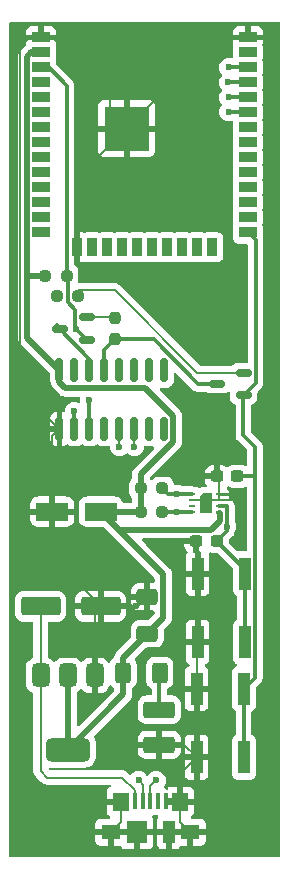
<source format=gbr>
%TF.GenerationSoftware,KiCad,Pcbnew,8.0.5*%
%TF.CreationDate,2024-11-01T20:02:56+05:30*%
%TF.ProjectId,ESP32 with sensor,45535033-3220-4776-9974-682073656e73,rev?*%
%TF.SameCoordinates,Original*%
%TF.FileFunction,Copper,L1,Top*%
%TF.FilePolarity,Positive*%
%FSLAX46Y46*%
G04 Gerber Fmt 4.6, Leading zero omitted, Abs format (unit mm)*
G04 Created by KiCad (PCBNEW 8.0.5) date 2024-11-01 20:02:56*
%MOMM*%
%LPD*%
G01*
G04 APERTURE LIST*
G04 Aperture macros list*
%AMRoundRect*
0 Rectangle with rounded corners*
0 $1 Rounding radius*
0 $2 $3 $4 $5 $6 $7 $8 $9 X,Y pos of 4 corners*
0 Add a 4 corners polygon primitive as box body*
4,1,4,$2,$3,$4,$5,$6,$7,$8,$9,$2,$3,0*
0 Add four circle primitives for the rounded corners*
1,1,$1+$1,$2,$3*
1,1,$1+$1,$4,$5*
1,1,$1+$1,$6,$7*
1,1,$1+$1,$8,$9*
0 Add four rect primitives between the rounded corners*
20,1,$1+$1,$2,$3,$4,$5,0*
20,1,$1+$1,$4,$5,$6,$7,0*
20,1,$1+$1,$6,$7,$8,$9,0*
20,1,$1+$1,$8,$9,$2,$3,0*%
%AMFreePoly0*
4,1,6,0.500000,-0.850000,-0.500000,-0.850000,-0.500000,0.550000,-0.200000,0.850000,0.500000,0.850000,0.500000,-0.850000,0.500000,-0.850000,$1*%
G04 Aperture macros list end*
%TA.AperFunction,SMDPad,CuDef*%
%ADD10RoundRect,0.237500X-0.250000X-0.237500X0.250000X-0.237500X0.250000X0.237500X-0.250000X0.237500X0*%
%TD*%
%TA.AperFunction,SMDPad,CuDef*%
%ADD11RoundRect,0.150000X0.512500X0.150000X-0.512500X0.150000X-0.512500X-0.150000X0.512500X-0.150000X0*%
%TD*%
%TA.AperFunction,SMDPad,CuDef*%
%ADD12RoundRect,0.250000X1.137500X0.550000X-1.137500X0.550000X-1.137500X-0.550000X1.137500X-0.550000X0*%
%TD*%
%TA.AperFunction,SMDPad,CuDef*%
%ADD13RoundRect,0.237500X0.300000X0.237500X-0.300000X0.237500X-0.300000X-0.237500X0.300000X-0.237500X0*%
%TD*%
%TA.AperFunction,SMDPad,CuDef*%
%ADD14RoundRect,0.150000X0.150000X-0.825000X0.150000X0.825000X-0.150000X0.825000X-0.150000X-0.825000X0*%
%TD*%
%TA.AperFunction,SMDPad,CuDef*%
%ADD15R,0.450000X1.380000*%
%TD*%
%TA.AperFunction,SMDPad,CuDef*%
%ADD16R,1.650000X1.300000*%
%TD*%
%TA.AperFunction,SMDPad,CuDef*%
%ADD17R,1.425000X1.550000*%
%TD*%
%TA.AperFunction,SMDPad,CuDef*%
%ADD18R,1.800000X1.900000*%
%TD*%
%TA.AperFunction,SMDPad,CuDef*%
%ADD19R,1.000000X1.900000*%
%TD*%
%TA.AperFunction,SMDPad,CuDef*%
%ADD20R,1.000000X2.800000*%
%TD*%
%TA.AperFunction,SMDPad,CuDef*%
%ADD21RoundRect,0.237500X0.237500X-0.250000X0.237500X0.250000X-0.237500X0.250000X-0.237500X-0.250000X0*%
%TD*%
%TA.AperFunction,SMDPad,CuDef*%
%ADD22RoundRect,0.250000X-0.650000X0.412500X-0.650000X-0.412500X0.650000X-0.412500X0.650000X0.412500X0*%
%TD*%
%TA.AperFunction,SMDPad,CuDef*%
%ADD23R,0.550000X0.250000*%
%TD*%
%TA.AperFunction,SMDPad,CuDef*%
%ADD24FreePoly0,0.000000*%
%TD*%
%TA.AperFunction,SMDPad,CuDef*%
%ADD25RoundRect,0.250000X-0.400000X-0.625000X0.400000X-0.625000X0.400000X0.625000X-0.400000X0.625000X0*%
%TD*%
%TA.AperFunction,SMDPad,CuDef*%
%ADD26RoundRect,0.375000X-0.375000X0.625000X-0.375000X-0.625000X0.375000X-0.625000X0.375000X0.625000X0*%
%TD*%
%TA.AperFunction,SMDPad,CuDef*%
%ADD27RoundRect,0.500000X-1.400000X0.500000X-1.400000X-0.500000X1.400000X-0.500000X1.400000X0.500000X0*%
%TD*%
%TA.AperFunction,SMDPad,CuDef*%
%ADD28RoundRect,0.250001X1.074999X-0.462499X1.074999X0.462499X-1.074999X0.462499X-1.074999X-0.462499X0*%
%TD*%
%TA.AperFunction,SMDPad,CuDef*%
%ADD29RoundRect,0.250000X-1.412500X-0.550000X1.412500X-0.550000X1.412500X0.550000X-1.412500X0.550000X0*%
%TD*%
%TA.AperFunction,SMDPad,CuDef*%
%ADD30R,0.900000X0.900000*%
%TD*%
%TA.AperFunction,HeatsinkPad*%
%ADD31C,0.600000*%
%TD*%
%TA.AperFunction,SMDPad,CuDef*%
%ADD32R,3.800000X3.800000*%
%TD*%
%TA.AperFunction,SMDPad,CuDef*%
%ADD33R,1.500000X0.900000*%
%TD*%
%TA.AperFunction,SMDPad,CuDef*%
%ADD34R,0.900000X1.500000*%
%TD*%
%TA.AperFunction,ViaPad*%
%ADD35C,0.600000*%
%TD*%
%TA.AperFunction,Conductor*%
%ADD36C,0.200000*%
%TD*%
%TA.AperFunction,Conductor*%
%ADD37C,0.300000*%
%TD*%
%TA.AperFunction,Conductor*%
%ADD38C,0.500000*%
%TD*%
G04 APERTURE END LIST*
D10*
%TO.P,R1,1*%
%TO.N,+3.3V*%
X122455380Y-133367880D03*
%TO.P,R1,2*%
%TO.N,/RESET*%
X124280380Y-133367880D03*
%TD*%
%TO.P,R2,1*%
%TO.N,/RTS*%
X123455380Y-135117880D03*
%TO.P,R2,2*%
%TO.N,Net-(Q1-B)*%
X125280380Y-135117880D03*
%TD*%
D11*
%TO.P,Q1,1,C*%
%TO.N,/GPIO0*%
X139255380Y-143495380D03*
%TO.P,Q1,2,B*%
%TO.N,Net-(Q1-B)*%
X139255380Y-141595380D03*
%TO.P,Q1,3,E*%
%TO.N,/DTR*%
X136980380Y-142545380D03*
%TD*%
D12*
%TO.P,C2,1*%
%TO.N,+3.3V*%
X127180380Y-153367880D03*
%TO.P,C2,2*%
%TO.N,GND*%
X123055380Y-153367880D03*
%TD*%
D13*
%TO.P,C3,1*%
%TO.N,/RESET*%
X136980380Y-155867880D03*
%TO.P,C3,2*%
%TO.N,GND*%
X135255380Y-155867880D03*
%TD*%
D14*
%TO.P,U3,1,GND*%
%TO.N,GND*%
X123672880Y-146342880D03*
%TO.P,U3,2,TXD*%
%TO.N,/UART_TX*%
X124942880Y-146342880D03*
%TO.P,U3,3,RXD*%
%TO.N,/UART_RX*%
X126212880Y-146342880D03*
%TO.P,U3,4,V3*%
%TO.N,unconnected-(U3-V3-Pad4)*%
X127482880Y-146342880D03*
%TO.P,U3,5,UD+*%
%TO.N,Net-(J1-D+)*%
X128752880Y-146342880D03*
%TO.P,U3,6,UD-*%
%TO.N,Net-(J1-D-)*%
X130022880Y-146342880D03*
%TO.P,U3,7,NC*%
%TO.N,unconnected-(U3-NC-Pad7)*%
X131292880Y-146342880D03*
%TO.P,U3,8,NC*%
%TO.N,unconnected-(U3-NC-Pad8)*%
X132562880Y-146342880D03*
%TO.P,U3,9,~{CTS}*%
%TO.N,unconnected-(U3-~{CTS}-Pad9)*%
X132562880Y-141392880D03*
%TO.P,U3,10,~{DSR}*%
%TO.N,unconnected-(U3-~{DSR}-Pad10)*%
X131292880Y-141392880D03*
%TO.P,U3,11,~{RI}*%
%TO.N,unconnected-(U3-~{RI}-Pad11)*%
X130022880Y-141392880D03*
%TO.P,U3,12,~{DCD}*%
%TO.N,unconnected-(U3-~{DCD}-Pad12)*%
X128752880Y-141392880D03*
%TO.P,U3,13,~{DTR}*%
%TO.N,/DTR*%
X127482880Y-141392880D03*
%TO.P,U3,14,~{RTS}*%
%TO.N,/RTS*%
X126212880Y-141392880D03*
%TO.P,U3,15,R232*%
%TO.N,unconnected-(U3-R232-Pad15)*%
X124942880Y-141392880D03*
%TO.P,U3,16,VCC*%
%TO.N,+3.3V*%
X123672880Y-141392880D03*
%TD*%
D15*
%TO.P,J1,1,VBUS*%
%TO.N,VBUS*%
X130074925Y-177837880D03*
%TO.P,J1,2,D-*%
%TO.N,Net-(J1-D-)*%
X130724925Y-177837880D03*
%TO.P,J1,3,D+*%
%TO.N,Net-(J1-D+)*%
X131374925Y-177837880D03*
%TO.P,J1,4,ID*%
%TO.N,unconnected-(J1-ID-Pad4)*%
X132024925Y-177837880D03*
%TO.P,J1,5,GND*%
%TO.N,GND*%
X132674925Y-177837880D03*
D16*
%TO.P,J1,6,Shield*%
X127999925Y-180497880D03*
D17*
X128887425Y-177922880D03*
D18*
X130224925Y-180497880D03*
D19*
X132924925Y-180497880D03*
D17*
X133862425Y-177922880D03*
D16*
X134749925Y-180497880D03*
%TD*%
D20*
%TO.P,RESET1,1,1*%
%TO.N,GND*%
X135367880Y-164397880D03*
X135367880Y-158597880D03*
%TO.P,RESET1,2,2*%
%TO.N,/RESET*%
X139367880Y-164397880D03*
X139367880Y-158597880D03*
%TD*%
D21*
%TO.P,R3,1*%
%TO.N,/DTR*%
X128367880Y-138780380D03*
%TO.P,R3,2*%
%TO.N,Net-(Q2-B)*%
X128367880Y-136955380D03*
%TD*%
D11*
%TO.P,Q2,1,C*%
%TO.N,/RESET*%
X126005380Y-138817880D03*
%TO.P,Q2,2,B*%
%TO.N,Net-(Q2-B)*%
X126005380Y-136917880D03*
%TO.P,Q2,3,E*%
%TO.N,/RTS*%
X123730380Y-137867880D03*
%TD*%
D22*
%TO.P,C5,1*%
%TO.N,GND*%
X131117880Y-160555380D03*
%TO.P,C5,2*%
%TO.N,+3.3V*%
X131117880Y-163680380D03*
%TD*%
D23*
%TO.P,U4,1,SDA*%
%TO.N,/SDA*%
X134867880Y-151867880D03*
%TO.P,U4,2,ADDR*%
%TO.N,GND*%
X134867880Y-152367880D03*
%TO.P,U4,3,ALERT*%
%TO.N,unconnected-(U4-ALERT-Pad3)*%
X134867880Y-152867880D03*
%TO.P,U4,4,SCL*%
%TO.N,/SCL*%
X134867880Y-153367880D03*
%TO.P,U4,5,VDD*%
%TO.N,+3.3V*%
X137217880Y-153367880D03*
%TO.P,U4,6,~{RESET}*%
%TO.N,/RESET*%
X137217880Y-152867880D03*
%TO.P,U4,7,R*%
%TO.N,GND*%
X137217880Y-152367880D03*
%TO.P,U4,8,VSS*%
X137217880Y-151867880D03*
D24*
%TO.P,U4,9,VSS*%
X136042880Y-152617880D03*
%TD*%
D25*
%TO.P,R6,1*%
%TO.N,+3.3V*%
X129067880Y-166997880D03*
%TO.P,R6,2*%
%TO.N,Net-(D1-A)*%
X132167880Y-166997880D03*
%TD*%
D20*
%TO.P,BOOT1,1,1*%
%TO.N,GND*%
X135277955Y-174147880D03*
X135277955Y-168347880D03*
%TO.P,BOOT1,2,2*%
%TO.N,/GPIO0*%
X139277955Y-174147880D03*
X139277955Y-168347880D03*
%TD*%
D10*
%TO.P,R5,1*%
%TO.N,+3.3V*%
X130542880Y-153367880D03*
%TO.P,R5,2*%
%TO.N,/SCL*%
X132367880Y-153367880D03*
%TD*%
D26*
%TO.P,U2,1,GND*%
%TO.N,GND*%
X126667880Y-167217880D03*
%TO.P,U2,2,VO*%
%TO.N,+3.3V*%
X124367880Y-167217880D03*
D27*
X124367880Y-173517880D03*
D26*
%TO.P,U2,3,VI*%
%TO.N,VBUS*%
X122067880Y-167217880D03*
%TD*%
D10*
%TO.P,R4,1*%
%TO.N,+3.3V*%
X130542880Y-151367880D03*
%TO.P,R4,2*%
%TO.N,/SDA*%
X132367880Y-151367880D03*
%TD*%
D28*
%TO.P,D1,1,K*%
%TO.N,GND*%
X132117880Y-173105380D03*
%TO.P,D1,2,A*%
%TO.N,Net-(D1-A)*%
X132117880Y-170130380D03*
%TD*%
D29*
%TO.P,C1,1*%
%TO.N,VBUS*%
X122080380Y-161367880D03*
%TO.P,C1,2*%
%TO.N,GND*%
X127155380Y-161367880D03*
%TD*%
D30*
%TO.P,U1,39,GND*%
%TO.N,GND*%
X130767880Y-122327880D03*
D31*
X130767880Y-121627880D03*
D30*
X130767880Y-120927880D03*
D31*
X130767880Y-120227880D03*
D30*
X130767880Y-119527880D03*
D31*
X130067880Y-122327880D03*
X130067880Y-120927880D03*
X130067880Y-119527880D03*
D30*
X129367880Y-122327880D03*
D32*
X129367880Y-120927880D03*
D30*
X129367880Y-120927880D03*
X129367880Y-119527880D03*
D31*
X129342880Y-121627880D03*
X129342880Y-120227880D03*
X128667880Y-122327880D03*
X128667880Y-120927880D03*
X128667880Y-119527880D03*
D30*
X127967880Y-122327880D03*
D31*
X127967880Y-121627880D03*
D30*
X127967880Y-120927880D03*
D31*
X127967880Y-120227880D03*
D30*
X127967880Y-119527880D03*
D33*
%TO.P,U1,38,GND*%
X139617880Y-113207880D03*
%TO.P,U1,37,IO23*%
%TO.N,unconnected-(U1-IO23-Pad37)*%
X139617880Y-114477880D03*
%TO.P,U1,36,IO22*%
%TO.N,/SCL*%
X139617880Y-115747880D03*
%TO.P,U1,35,TXD0/IO1*%
%TO.N,/UART_RX*%
X139617880Y-117017880D03*
%TO.P,U1,34,RXD0/IO3*%
%TO.N,/UART_TX*%
X139617880Y-118287880D03*
%TO.P,U1,33,IO21*%
%TO.N,/SDA*%
X139617880Y-119557880D03*
%TO.P,U1,32,NC*%
%TO.N,unconnected-(U1-NC-Pad32)*%
X139617880Y-120827880D03*
%TO.P,U1,31,IO19*%
%TO.N,unconnected-(U1-IO19-Pad31)*%
X139617880Y-122097880D03*
%TO.P,U1,30,IO18*%
%TO.N,unconnected-(U1-IO18-Pad30)*%
X139617880Y-123367880D03*
%TO.P,U1,29,IO5*%
%TO.N,unconnected-(U1-IO5-Pad29)*%
X139617880Y-124637880D03*
%TO.P,U1,28,IO17*%
%TO.N,unconnected-(U1-IO17-Pad28)*%
X139617880Y-125907880D03*
%TO.P,U1,27,IO16*%
%TO.N,unconnected-(U1-IO16-Pad27)*%
X139617880Y-127177880D03*
%TO.P,U1,26,IO4*%
%TO.N,unconnected-(U1-IO4-Pad26)*%
X139617880Y-128447880D03*
%TO.P,U1,25,IO0*%
%TO.N,/GPIO0*%
X139617880Y-129717880D03*
D34*
%TO.P,U1,24,IO2*%
%TO.N,unconnected-(U1-IO2-Pad24)*%
X136587880Y-130967880D03*
%TO.P,U1,23,IO15*%
%TO.N,unconnected-(U1-IO15-Pad23)*%
X135317880Y-130967880D03*
%TO.P,U1,22,NC*%
%TO.N,unconnected-(U1-NC-Pad22)*%
X134047880Y-130967880D03*
%TO.P,U1,21,NC*%
%TO.N,unconnected-(U1-NC-Pad21)*%
X132777880Y-130967880D03*
%TO.P,U1,20,NC*%
%TO.N,unconnected-(U1-NC-Pad20)*%
X131507880Y-130967880D03*
%TO.P,U1,19,NC*%
%TO.N,unconnected-(U1-NC-Pad19)*%
X130237880Y-130967880D03*
%TO.P,U1,18,NC*%
%TO.N,unconnected-(U1-NC-Pad18)*%
X128967880Y-130967880D03*
%TO.P,U1,17,NC*%
%TO.N,unconnected-(U1-NC-Pad17)*%
X127697880Y-130967880D03*
%TO.P,U1,16,IO13*%
%TO.N,unconnected-(U1-IO13-Pad16)*%
X126427880Y-130967880D03*
%TO.P,U1,15,GND*%
%TO.N,GND*%
X125157880Y-130967880D03*
D33*
%TO.P,U1,14,IO12*%
%TO.N,unconnected-(U1-IO12-Pad14)*%
X122117880Y-129717880D03*
%TO.P,U1,13,IO14*%
%TO.N,unconnected-(U1-IO14-Pad13)*%
X122117880Y-128447880D03*
%TO.P,U1,12,IO27*%
%TO.N,unconnected-(U1-IO27-Pad12)*%
X122117880Y-127177880D03*
%TO.P,U1,11,IO26*%
%TO.N,unconnected-(U1-IO26-Pad11)*%
X122117880Y-125907880D03*
%TO.P,U1,10,IO25*%
%TO.N,unconnected-(U1-IO25-Pad10)*%
X122117880Y-124637880D03*
%TO.P,U1,9,IO33*%
%TO.N,unconnected-(U1-IO33-Pad9)*%
X122117880Y-123367880D03*
%TO.P,U1,8,IO32*%
%TO.N,unconnected-(U1-IO32-Pad8)*%
X122117880Y-122097880D03*
%TO.P,U1,7,IO35*%
%TO.N,unconnected-(U1-IO35-Pad7)*%
X122117880Y-120827880D03*
%TO.P,U1,6,IO34*%
%TO.N,unconnected-(U1-IO34-Pad6)*%
X122117880Y-119557880D03*
%TO.P,U1,5,SENSOR_VN*%
%TO.N,unconnected-(U1-SENSOR_VN-Pad5)*%
X122117880Y-118287880D03*
%TO.P,U1,4,SENSOR_VP*%
%TO.N,unconnected-(U1-SENSOR_VP-Pad4)*%
X122117880Y-117017880D03*
%TO.P,U1,3,EN*%
%TO.N,/RESET*%
X122117880Y-115747880D03*
%TO.P,U1,2,VDD*%
%TO.N,+3.3V*%
X122117880Y-114477880D03*
%TO.P,U1,1,GND*%
%TO.N,GND*%
X122117880Y-113207880D03*
%TD*%
D13*
%TO.P,C4,1*%
%TO.N,/GPIO0*%
X138730380Y-150367880D03*
%TO.P,C4,2*%
%TO.N,GND*%
X137005380Y-150367880D03*
%TD*%
D35*
%TO.N,GND*%
X127830000Y-117970000D03*
X138617880Y-152400000D03*
X133867880Y-155867880D03*
X130117880Y-161367880D03*
%TO.N,/RESET*%
X125086630Y-137899130D03*
X137842880Y-154617880D03*
%TO.N,Net-(J1-D-)*%
X130367880Y-176117880D03*
X130022880Y-147867880D03*
%TO.N,Net-(J1-D+)*%
X131867880Y-176117880D03*
X128752880Y-147867880D03*
%TO.N,/SDA*%
X138000000Y-119500000D03*
%TO.N,/SCL*%
X138002120Y-115747880D03*
%TO.N,/UART_RX*%
X126212880Y-143907777D03*
X137967880Y-117017880D03*
%TO.N,/UART_TX*%
X124942880Y-144867880D03*
X138000000Y-118287880D03*
%TO.N,/SDA*%
X133617880Y-151867880D03*
%TO.N,/SCL*%
X133617880Y-153367880D03*
%TD*%
D36*
%TO.N,GND*%
X127830000Y-117970000D02*
X123067880Y-113207880D01*
X137217880Y-152367880D02*
X137217880Y-151867880D01*
D37*
%TO.N,/SCL*%
X138002120Y-115747880D02*
X139617880Y-115747880D01*
%TO.N,/SDA*%
X139560000Y-119500000D02*
X139617880Y-119557880D01*
X138000000Y-119500000D02*
X139560000Y-119500000D01*
%TO.N,/UART_TX*%
X138000000Y-118287880D02*
X139617880Y-118287880D01*
%TO.N,/UART_RX*%
X137967880Y-117017880D02*
X139617880Y-117017880D01*
%TO.N,/SDA*%
X139557880Y-119617880D02*
X139617880Y-119557880D01*
D36*
%TO.N,GND*%
X127999925Y-180497880D02*
X130224925Y-180497880D01*
X133862425Y-177922880D02*
X133862425Y-175563410D01*
X135367880Y-164397880D02*
X135367880Y-158597880D01*
X137217880Y-150580380D02*
X137005380Y-150367880D01*
X127967880Y-118107880D02*
X127830000Y-117970000D01*
X127155380Y-161367880D02*
X123055380Y-157267880D01*
X126667880Y-161855380D02*
X127155380Y-161367880D01*
X134235455Y-173105380D02*
X135277955Y-174147880D01*
X137217880Y-151867880D02*
X137217880Y-150580380D01*
X130117880Y-161367880D02*
X130305380Y-161367880D01*
X135255380Y-155867880D02*
X133867880Y-155867880D01*
X133862425Y-175563410D02*
X135277955Y-174147880D01*
X133862425Y-177922880D02*
X133862425Y-179610380D01*
X135367880Y-155980380D02*
X135255380Y-155867880D01*
X136292880Y-152367880D02*
X136042880Y-152617880D01*
X121167880Y-113207880D02*
X122117880Y-113207880D01*
X130305380Y-161367880D02*
X131117880Y-160555380D01*
X130767880Y-119527880D02*
X137087880Y-113207880D01*
X123055380Y-153367880D02*
X123055380Y-146960380D01*
X135277955Y-168347880D02*
X135277955Y-164487805D01*
X134368940Y-177922880D02*
X134283940Y-177837880D01*
X131117880Y-160555380D02*
X130930380Y-160555380D01*
X132117880Y-173105380D02*
X134235455Y-173105380D01*
X127967880Y-122327880D02*
X125157880Y-125137880D01*
X133862425Y-179610380D02*
X134749925Y-180497880D01*
X134791743Y-180247880D02*
X135041743Y-180497880D01*
X135792880Y-152367880D02*
X136042880Y-152617880D01*
X120367880Y-114007880D02*
X121167880Y-113207880D01*
X130224925Y-180497880D02*
X132924925Y-180497880D01*
X128887425Y-179610380D02*
X127999925Y-180497880D01*
X137087880Y-113207880D02*
X139617880Y-113207880D01*
X127967880Y-119527880D02*
X127967880Y-118107880D01*
X135367880Y-158597880D02*
X135367880Y-155980380D01*
X135277955Y-168347880D02*
X135277955Y-174147880D01*
X127967880Y-121627880D02*
X128667880Y-122327880D01*
X125157880Y-125137880D02*
X125157880Y-130967880D01*
X135277955Y-164487805D02*
X135367880Y-164397880D01*
X137217880Y-152367880D02*
X138617880Y-152367880D01*
X120367880Y-143037880D02*
X120367880Y-114007880D01*
X135492880Y-158472880D02*
X135367880Y-158597880D01*
X134867880Y-152367880D02*
X135792880Y-152367880D01*
X136042880Y-152617880D02*
X135992880Y-152567880D01*
X123055380Y-146960380D02*
X123672880Y-146342880D01*
X126667880Y-167217880D02*
X126667880Y-161855380D01*
X127967880Y-120227880D02*
X128667880Y-119527880D01*
X123672880Y-146342880D02*
X120367880Y-143037880D01*
X128887425Y-177922880D02*
X128887425Y-179610380D01*
X127155380Y-161367880D02*
X130117880Y-161367880D01*
X132924925Y-180497880D02*
X134749925Y-180497880D01*
X137217880Y-152367880D02*
X136292880Y-152367880D01*
X123067880Y-113207880D02*
X122117880Y-113207880D01*
X123055380Y-157267880D02*
X123055380Y-153367880D01*
D37*
%TO.N,/GPIO0*%
X140217880Y-147855380D02*
X139230380Y-146867880D01*
X140267880Y-142482880D02*
X140267880Y-130367880D01*
X140217880Y-167407955D02*
X140217880Y-150367880D01*
X139230380Y-146867880D02*
X139230380Y-143520380D01*
X139255380Y-143495380D02*
X140267880Y-142482880D01*
X138730380Y-150367880D02*
X140217880Y-150367880D01*
X139230380Y-143520380D02*
X139255380Y-143495380D01*
X139277955Y-168347880D02*
X140217880Y-167407955D01*
X139277955Y-174147880D02*
X139277955Y-168347880D01*
X140217880Y-150367880D02*
X140217880Y-147855380D01*
X140267880Y-130367880D02*
X139617880Y-129717880D01*
D36*
%TO.N,VBUS*%
X128994925Y-175867880D02*
X122617880Y-175867880D01*
X122067880Y-167217880D02*
X122067880Y-161380380D01*
X122067880Y-161380380D02*
X122080380Y-161367880D01*
X122617880Y-175867880D02*
X122067880Y-175317880D01*
X130074925Y-177837880D02*
X130074925Y-176947880D01*
X122067880Y-175317880D02*
X122067880Y-167217880D01*
X130074925Y-176947880D02*
X128994925Y-175867880D01*
D38*
%TO.N,+3.3V*%
X129067880Y-165730380D02*
X131117880Y-163680380D01*
X127180380Y-153367880D02*
X130542880Y-153367880D01*
X133312880Y-147420564D02*
X130542880Y-150190564D01*
X127180380Y-153367880D02*
X128680380Y-154867880D01*
X133312880Y-147420564D02*
X133312880Y-145265196D01*
X124172881Y-142867880D02*
X123672880Y-142367879D01*
X120917880Y-114847880D02*
X121287880Y-114477880D01*
X137242880Y-153467880D02*
X137217880Y-153467880D01*
X132467880Y-162330380D02*
X132467880Y-158655380D01*
X124172881Y-142867880D02*
X130915564Y-142867880D01*
X131117880Y-163680380D02*
X132467880Y-162330380D01*
X137242880Y-154157219D02*
X137242880Y-153467880D01*
X123672880Y-142367879D02*
X123672880Y-141392880D01*
X122455380Y-133367880D02*
X120917880Y-133367880D01*
X128680380Y-154867880D02*
X136532219Y-154867880D01*
X129067880Y-166997880D02*
X129067880Y-168817880D01*
X121287880Y-114477880D02*
X122117880Y-114477880D01*
X132467880Y-158655380D02*
X128680380Y-154867880D01*
X124367880Y-173517880D02*
X124367880Y-167217880D01*
X123672880Y-141392880D02*
X120917880Y-138637880D01*
X120917880Y-138637880D02*
X120917880Y-133367880D01*
X120917880Y-133367880D02*
X120917880Y-114847880D01*
X136532219Y-154867880D02*
X137242880Y-154157219D01*
X130542880Y-150190564D02*
X130542880Y-151367880D01*
X129067880Y-166997880D02*
X129067880Y-165730380D01*
X129067880Y-168817880D02*
X124367880Y-173517880D01*
X130915564Y-142867880D02*
X133312880Y-145265196D01*
X130542880Y-153367880D02*
X130542880Y-151367880D01*
D37*
%TO.N,/RESET*%
X139367880Y-158255380D02*
X136980380Y-155867880D01*
X124280380Y-117280380D02*
X122747880Y-115747880D01*
X137842880Y-152892880D02*
X137842880Y-154617880D01*
X139367880Y-158597880D02*
X139367880Y-158255380D01*
X124992880Y-137805380D02*
X124992880Y-136242880D01*
X137842880Y-154617880D02*
X137842880Y-155005380D01*
X137217880Y-152867880D02*
X137817880Y-152867880D01*
X124357880Y-133445380D02*
X124280380Y-133367880D01*
X136980380Y-155867880D02*
X137842880Y-155005380D01*
X139367880Y-164397880D02*
X139367880Y-158597880D01*
X137817880Y-152867880D02*
X137842880Y-152892880D01*
X139367880Y-158597880D02*
X139260380Y-158597880D01*
X126005380Y-138817880D02*
X125086630Y-137899130D01*
X122747880Y-115747880D02*
X122117880Y-115747880D01*
X124280380Y-133367880D02*
X124280380Y-117280380D01*
X124357880Y-135607880D02*
X124357880Y-133445380D01*
X124992880Y-136242880D02*
X124357880Y-135607880D01*
X125086630Y-137899130D02*
X124992880Y-137805380D01*
%TO.N,Net-(D1-A)*%
X131367880Y-170630380D02*
X132167880Y-169830380D01*
X132117880Y-167047880D02*
X132167880Y-166997880D01*
X132117880Y-170130380D02*
X132117880Y-167047880D01*
D36*
%TO.N,Net-(J1-D-)*%
X130724925Y-177837880D02*
X130724925Y-176474925D01*
X130724925Y-176474925D02*
X130367880Y-176117880D01*
X130022880Y-146342880D02*
X130022880Y-147867880D01*
%TO.N,Net-(J1-D+)*%
X128752880Y-146342880D02*
X128752880Y-147867880D01*
X131374925Y-176610835D02*
X131374925Y-177837880D01*
X128752880Y-147867880D02*
X128752880Y-147982880D01*
X131867880Y-176117880D02*
X131374925Y-176610835D01*
%TO.N,Net-(Q1-B)*%
X128367880Y-134617880D02*
X135345380Y-141595380D01*
X135345380Y-141595380D02*
X139255380Y-141595380D01*
X125280380Y-134617880D02*
X128367880Y-134617880D01*
D37*
%TO.N,/DTR*%
X127482880Y-141392880D02*
X127482880Y-139665380D01*
X131636642Y-138780380D02*
X128367880Y-138780380D01*
X127482880Y-139665380D02*
X128367880Y-138780380D01*
X136980380Y-142545380D02*
X135401642Y-142545380D01*
X135401642Y-142545380D02*
X131636642Y-138780380D01*
D36*
%TO.N,Net-(Q2-B)*%
X128330380Y-136917880D02*
X128367880Y-136955380D01*
X126005380Y-136917880D02*
X128330380Y-136917880D01*
D37*
%TO.N,/RTS*%
X126212880Y-140399142D02*
X123730380Y-137916642D01*
X126212880Y-141392880D02*
X126212880Y-140399142D01*
X123455380Y-137592880D02*
X123730380Y-137867880D01*
X123730380Y-137916642D02*
X123730380Y-137867880D01*
%TO.N,/UART_RX*%
X126212880Y-146342880D02*
X126212880Y-143907777D01*
%TO.N,/UART_TX*%
X124942880Y-146342880D02*
X124942880Y-144867880D01*
%TO.N,/SDA*%
X132867880Y-151867880D02*
X132367880Y-151367880D01*
X134867880Y-151867880D02*
X133617880Y-151867880D01*
X133617880Y-151867880D02*
X132867880Y-151867880D01*
%TO.N,/SCL*%
X132367880Y-153367880D02*
X133617880Y-153367880D01*
X134867880Y-153367880D02*
X133617880Y-153367880D01*
%TD*%
%TA.AperFunction,Conductor*%
%TO.N,GND*%
G36*
X138028443Y-151224558D02*
G01*
X138116355Y-151278783D01*
X138116358Y-151278784D01*
X138116364Y-151278788D01*
X138280127Y-151333054D01*
X138381203Y-151343380D01*
X139079556Y-151343379D01*
X139079564Y-151343378D01*
X139079567Y-151343378D01*
X139142444Y-151336955D01*
X139180633Y-151333054D01*
X139344396Y-151278788D01*
X139378284Y-151257885D01*
X139445674Y-151239445D01*
X139512338Y-151260367D01*
X139557108Y-151314008D01*
X139567380Y-151363424D01*
X139567380Y-156573380D01*
X139547695Y-156640419D01*
X139494891Y-156686174D01*
X139443380Y-156697380D01*
X138820009Y-156697380D01*
X138819998Y-156697381D01*
X138797562Y-156699793D01*
X138728803Y-156687385D01*
X138696630Y-156664184D01*
X138054698Y-156022252D01*
X138021213Y-155960929D01*
X138018379Y-155934571D01*
X138018379Y-155801188D01*
X138038064Y-155734149D01*
X138054698Y-155713507D01*
X138348153Y-155420052D01*
X138348156Y-155420049D01*
X138419345Y-155313507D01*
X138468381Y-155195124D01*
X138475932Y-155157163D01*
X138483746Y-155117876D01*
X138500368Y-155076101D01*
X138568669Y-154967402D01*
X138628248Y-154797135D01*
X138638663Y-154704698D01*
X138648445Y-154617883D01*
X138648445Y-154617876D01*
X138628249Y-154438630D01*
X138628246Y-154438617D01*
X138568670Y-154268361D01*
X138568669Y-154268358D01*
X138546888Y-154233694D01*
X138512386Y-154178783D01*
X138493380Y-154112811D01*
X138493380Y-152828808D01*
X138468382Y-152703141D01*
X138468381Y-152703140D01*
X138468381Y-152703136D01*
X138419345Y-152584753D01*
X138417848Y-152582512D01*
X138348156Y-152478210D01*
X138348154Y-152478207D01*
X138232553Y-152362606D01*
X138232549Y-152362603D01*
X138126007Y-152291415D01*
X138065489Y-152266347D01*
X138011087Y-152222507D01*
X137989654Y-152165044D01*
X137986008Y-152131137D01*
X137986008Y-152104623D01*
X137992879Y-152040721D01*
X137992880Y-152040707D01*
X137992880Y-151992880D01*
X137216880Y-151992880D01*
X137149841Y-151973195D01*
X137104086Y-151920391D01*
X137092880Y-151868880D01*
X137092880Y-151866880D01*
X137112565Y-151799841D01*
X137165369Y-151754086D01*
X137216880Y-151742880D01*
X137992880Y-151742880D01*
X137992880Y-151695052D01*
X137992879Y-151695035D01*
X137986478Y-151635507D01*
X137986476Y-151635500D01*
X137936234Y-151500793D01*
X137936232Y-151500790D01*
X137864080Y-151404408D01*
X137839662Y-151338943D01*
X137854513Y-151270670D01*
X137903918Y-151221264D01*
X137972191Y-151206412D01*
X138028443Y-151224558D01*
G37*
%TD.AperFunction*%
%TA.AperFunction,Conductor*%
G36*
X133568583Y-141632713D02*
G01*
X133575061Y-141638745D01*
X134986967Y-143050652D01*
X134986970Y-143050654D01*
X134986973Y-143050657D01*
X135088328Y-143118379D01*
X135093510Y-143121842D01*
X135093512Y-143121843D01*
X135093515Y-143121845D01*
X135211898Y-143170881D01*
X135211902Y-143170881D01*
X135211903Y-143170882D01*
X135337570Y-143195880D01*
X135337573Y-143195880D01*
X136002364Y-143195880D01*
X136065485Y-143213148D01*
X136105222Y-143236648D01*
X136207482Y-143297124D01*
X136230072Y-143303687D01*
X136365306Y-143342977D01*
X136365309Y-143342977D01*
X136365311Y-143342978D01*
X136402186Y-143345880D01*
X136402194Y-143345880D01*
X137558566Y-143345880D01*
X137558574Y-143345880D01*
X137595449Y-143342978D01*
X137595451Y-143342977D01*
X137595453Y-143342977D01*
X137697686Y-143313275D01*
X137753278Y-143297124D01*
X137877928Y-143223406D01*
X137901460Y-143209490D01*
X137902535Y-143211308D01*
X137957412Y-143189761D01*
X138025930Y-143203439D01*
X138076176Y-143251989D01*
X138092380Y-143313275D01*
X138092380Y-143711081D01*
X138095281Y-143747947D01*
X138095282Y-143747953D01*
X138141134Y-143905773D01*
X138141135Y-143905776D01*
X138141136Y-143905778D01*
X138142318Y-143907777D01*
X138224797Y-144047242D01*
X138224803Y-144047250D01*
X138341009Y-144163456D01*
X138341013Y-144163459D01*
X138341015Y-144163461D01*
X138482482Y-144247124D01*
X138490470Y-144249444D01*
X138549357Y-144287047D01*
X138578566Y-144350519D01*
X138579880Y-144368522D01*
X138579880Y-146931949D01*
X138592100Y-146993380D01*
X138604879Y-147057624D01*
X138653915Y-147176007D01*
X138716965Y-147270369D01*
X138725106Y-147282553D01*
X138725107Y-147282554D01*
X139531061Y-148088507D01*
X139564546Y-148149830D01*
X139567380Y-148176188D01*
X139567380Y-149372335D01*
X139547695Y-149439374D01*
X139494891Y-149485129D01*
X139425733Y-149495073D01*
X139378284Y-149477874D01*
X139344402Y-149456975D01*
X139344397Y-149456973D01*
X139344396Y-149456972D01*
X139180633Y-149402706D01*
X139180631Y-149402705D01*
X139079558Y-149392380D01*
X138381210Y-149392380D01*
X138381192Y-149392381D01*
X138280127Y-149402705D01*
X138116364Y-149456972D01*
X138116361Y-149456973D01*
X137969528Y-149547541D01*
X137955205Y-149561864D01*
X137893881Y-149595348D01*
X137824189Y-149590362D01*
X137779845Y-149561862D01*
X137765918Y-149547935D01*
X137765914Y-149547932D01*
X137619191Y-149457431D01*
X137619180Y-149457426D01*
X137455532Y-149403199D01*
X137354534Y-149392880D01*
X137255380Y-149392880D01*
X137255380Y-150493880D01*
X137235695Y-150560919D01*
X137182891Y-150606674D01*
X137131380Y-150617880D01*
X135967881Y-150617880D01*
X135967881Y-150654534D01*
X135978199Y-150755532D01*
X136032426Y-150919180D01*
X136032431Y-150919191D01*
X136126726Y-151072065D01*
X136124454Y-151073466D01*
X136145955Y-151126785D01*
X136132903Y-151195425D01*
X136084814Y-151246112D01*
X136022546Y-151262880D01*
X135842888Y-151262880D01*
X135735531Y-151274422D01*
X135600861Y-151324650D01*
X135600859Y-151324651D01*
X135584421Y-151336957D01*
X135518956Y-151361373D01*
X135450683Y-151346520D01*
X135435801Y-151336955D01*
X135385215Y-151299086D01*
X135385208Y-151299082D01*
X135250362Y-151248788D01*
X135250363Y-151248788D01*
X135190763Y-151242381D01*
X135190761Y-151242380D01*
X135190753Y-151242380D01*
X135190745Y-151242380D01*
X135069842Y-151242380D01*
X135045650Y-151239997D01*
X134931951Y-151217380D01*
X134931949Y-151217380D01*
X134122948Y-151217380D01*
X134056976Y-151198374D01*
X133967402Y-151142090D01*
X133967398Y-151142089D01*
X133797142Y-151082513D01*
X133797129Y-151082510D01*
X133617884Y-151062315D01*
X133617876Y-151062315D01*
X133480769Y-151077762D01*
X133411947Y-151065707D01*
X133360568Y-151018358D01*
X133347984Y-150986455D01*
X133347684Y-150986555D01*
X133345898Y-150981166D01*
X133345630Y-150980486D01*
X133345555Y-150980140D01*
X133345554Y-150980127D01*
X133291288Y-150816364D01*
X133200720Y-150669530D01*
X133078730Y-150547540D01*
X132931896Y-150456972D01*
X132768133Y-150402706D01*
X132768131Y-150402705D01*
X132667058Y-150392380D01*
X132068710Y-150392380D01*
X132068692Y-150392381D01*
X131967627Y-150402705D01*
X131803864Y-150456972D01*
X131803861Y-150456973D01*
X131657028Y-150547541D01*
X131543061Y-150661509D01*
X131481738Y-150694994D01*
X131412046Y-150690010D01*
X131367699Y-150661509D01*
X131338181Y-150631991D01*
X131304696Y-150570668D01*
X131309680Y-150500976D01*
X131338179Y-150456631D01*
X131713585Y-150081225D01*
X135967880Y-150081225D01*
X135967880Y-150117880D01*
X136755380Y-150117880D01*
X136755380Y-149392879D01*
X136656240Y-149392880D01*
X136656224Y-149392881D01*
X136555227Y-149403199D01*
X136391579Y-149457426D01*
X136391568Y-149457431D01*
X136244845Y-149547932D01*
X136244841Y-149547935D01*
X136122935Y-149669841D01*
X136122932Y-149669845D01*
X136032431Y-149816568D01*
X136032426Y-149816579D01*
X135978199Y-149980227D01*
X135967880Y-150081225D01*
X131713585Y-150081225D01*
X133895832Y-147898979D01*
X133951625Y-147815478D01*
X133977964Y-147776059D01*
X134023703Y-147665636D01*
X134034539Y-147639476D01*
X134063380Y-147494481D01*
X134063380Y-147346646D01*
X134063380Y-145191278D01*
X134063380Y-145191275D01*
X134034539Y-145046288D01*
X134034538Y-145046287D01*
X134034538Y-145046283D01*
X133983952Y-144924157D01*
X133977965Y-144909703D01*
X133963481Y-144888026D01*
X133907211Y-144803811D01*
X133907209Y-144803808D01*
X133895832Y-144786780D01*
X132178524Y-143069472D01*
X132145039Y-143008149D01*
X132150023Y-142938457D01*
X132191895Y-142882524D01*
X132257359Y-142858107D01*
X132300800Y-142862714D01*
X132310311Y-142865478D01*
X132347186Y-142868380D01*
X132347194Y-142868380D01*
X132778566Y-142868380D01*
X132778574Y-142868380D01*
X132815449Y-142865478D01*
X132815451Y-142865477D01*
X132815453Y-142865477D01*
X132881463Y-142846299D01*
X132973278Y-142819624D01*
X133114745Y-142735961D01*
X133230961Y-142619745D01*
X133314624Y-142478278D01*
X133352728Y-142347124D01*
X133360477Y-142320453D01*
X133360478Y-142320447D01*
X133363380Y-142283574D01*
X133363380Y-141726426D01*
X133383065Y-141659387D01*
X133435869Y-141613632D01*
X133505027Y-141603688D01*
X133568583Y-141632713D01*
G37*
%TD.AperFunction*%
%TA.AperFunction,Conductor*%
G36*
X142310419Y-111927565D02*
G01*
X142356174Y-111980369D01*
X142367380Y-112031880D01*
X142367380Y-182493380D01*
X142347695Y-182560419D01*
X142294891Y-182606174D01*
X142243380Y-182617380D01*
X119492380Y-182617380D01*
X119425341Y-182597695D01*
X119379586Y-182544891D01*
X119368380Y-182493380D01*
X119368380Y-181195724D01*
X126674925Y-181195724D01*
X126681326Y-181255252D01*
X126681328Y-181255259D01*
X126731570Y-181389966D01*
X126731574Y-181389973D01*
X126817734Y-181505067D01*
X126817737Y-181505070D01*
X126932831Y-181591230D01*
X126932838Y-181591234D01*
X127067545Y-181641476D01*
X127067552Y-181641478D01*
X127127080Y-181647879D01*
X127127097Y-181647880D01*
X127749925Y-181647880D01*
X128249925Y-181647880D01*
X128787995Y-181647880D01*
X128855034Y-181667565D01*
X128887262Y-181697569D01*
X128967738Y-181805070D01*
X129082831Y-181891230D01*
X129082838Y-181891234D01*
X129217545Y-181941476D01*
X129217552Y-181941478D01*
X129277080Y-181947879D01*
X129277097Y-181947880D01*
X129974925Y-181947880D01*
X130474925Y-181947880D01*
X131172753Y-181947880D01*
X131172769Y-181947879D01*
X131232297Y-181941478D01*
X131232304Y-181941476D01*
X131367011Y-181891234D01*
X131367018Y-181891230D01*
X131482112Y-181805070D01*
X131482115Y-181805067D01*
X131568275Y-181689973D01*
X131568279Y-181689966D01*
X131618521Y-181555259D01*
X131618523Y-181555252D01*
X131624924Y-181495724D01*
X131924925Y-181495724D01*
X131931326Y-181555252D01*
X131931328Y-181555259D01*
X131981570Y-181689966D01*
X131981574Y-181689973D01*
X132067734Y-181805067D01*
X132067737Y-181805070D01*
X132182831Y-181891230D01*
X132182838Y-181891234D01*
X132317545Y-181941476D01*
X132317552Y-181941478D01*
X132377080Y-181947879D01*
X132377097Y-181947880D01*
X132674925Y-181947880D01*
X133174925Y-181947880D01*
X133472753Y-181947880D01*
X133472769Y-181947879D01*
X133532297Y-181941478D01*
X133532304Y-181941476D01*
X133667011Y-181891234D01*
X133667018Y-181891230D01*
X133782111Y-181805070D01*
X133862588Y-181697569D01*
X133918522Y-181655698D01*
X133961855Y-181647880D01*
X134499925Y-181647880D01*
X134999925Y-181647880D01*
X135622753Y-181647880D01*
X135622769Y-181647879D01*
X135682297Y-181641478D01*
X135682304Y-181641476D01*
X135817011Y-181591234D01*
X135817018Y-181591230D01*
X135932112Y-181505070D01*
X135932115Y-181505067D01*
X136018275Y-181389973D01*
X136018279Y-181389966D01*
X136068521Y-181255259D01*
X136068523Y-181255252D01*
X136074924Y-181195724D01*
X136074925Y-181195707D01*
X136074925Y-180747880D01*
X134999925Y-180747880D01*
X134999925Y-181647880D01*
X134499925Y-181647880D01*
X134499925Y-180747880D01*
X133174925Y-180747880D01*
X133174925Y-181947880D01*
X132674925Y-181947880D01*
X132674925Y-180747880D01*
X131924925Y-180747880D01*
X131924925Y-181495724D01*
X131624924Y-181495724D01*
X131624925Y-181495707D01*
X131624925Y-180747880D01*
X130474925Y-180747880D01*
X130474925Y-181947880D01*
X129974925Y-181947880D01*
X129974925Y-180747880D01*
X128249925Y-180747880D01*
X128249925Y-181647880D01*
X127749925Y-181647880D01*
X127749925Y-180747880D01*
X126674925Y-180747880D01*
X126674925Y-181195724D01*
X119368380Y-181195724D01*
X119368380Y-160767863D01*
X119917380Y-160767863D01*
X119917380Y-161967881D01*
X119917381Y-161967898D01*
X119927880Y-162070676D01*
X119927881Y-162070679D01*
X119982995Y-162236999D01*
X119983066Y-162237214D01*
X120075168Y-162386536D01*
X120199224Y-162510592D01*
X120348546Y-162602694D01*
X120515083Y-162657879D01*
X120617871Y-162668380D01*
X121343380Y-162668379D01*
X121410419Y-162688063D01*
X121456174Y-162740867D01*
X121467380Y-162792379D01*
X121467380Y-165650964D01*
X121447695Y-165718003D01*
X121394891Y-165763758D01*
X121390767Y-165765454D01*
X121218587Y-165850847D01*
X121218584Y-165850849D01*
X121070158Y-165970157D01*
X121070157Y-165970158D01*
X120950849Y-166118584D01*
X120950847Y-166118587D01*
X120866240Y-166289182D01*
X120820280Y-166473987D01*
X120817380Y-166516759D01*
X120817380Y-167919002D01*
X120817381Y-167919005D01*
X120820279Y-167961766D01*
X120820279Y-167961767D01*
X120866240Y-168146576D01*
X120950847Y-168317172D01*
X120950849Y-168317175D01*
X121070157Y-168465601D01*
X121070158Y-168465602D01*
X121218584Y-168584910D01*
X121218587Y-168584912D01*
X121395210Y-168672508D01*
X121394261Y-168674419D01*
X121442277Y-168709993D01*
X121467019Y-168775336D01*
X121467380Y-168784795D01*
X121467380Y-175231210D01*
X121467379Y-175231228D01*
X121467379Y-175396934D01*
X121467378Y-175396934D01*
X121508304Y-175549667D01*
X121525006Y-175578595D01*
X121525007Y-175578597D01*
X121587357Y-175686592D01*
X121587361Y-175686597D01*
X121706229Y-175805465D01*
X121706235Y-175805470D01*
X122133019Y-176232254D01*
X122133029Y-176232265D01*
X122137359Y-176236595D01*
X122137360Y-176236596D01*
X122249164Y-176348400D01*
X122249166Y-176348401D01*
X122249170Y-176348404D01*
X122386089Y-176427453D01*
X122386096Y-176427457D01*
X122497899Y-176457414D01*
X122538822Y-176468380D01*
X122538823Y-176468380D01*
X127879479Y-176468380D01*
X127946518Y-176488065D01*
X127992273Y-176540869D01*
X128002217Y-176610027D01*
X127973192Y-176673583D01*
X127938907Y-176701212D01*
X127932831Y-176704529D01*
X127817737Y-176790689D01*
X127817734Y-176790692D01*
X127731574Y-176905786D01*
X127731570Y-176905793D01*
X127681328Y-177040500D01*
X127681326Y-177040507D01*
X127674925Y-177100035D01*
X127674925Y-177672880D01*
X129013425Y-177672880D01*
X129080464Y-177692565D01*
X129126219Y-177745369D01*
X129137425Y-177796880D01*
X129137425Y-178048880D01*
X129117740Y-178115919D01*
X129064936Y-178161674D01*
X129013425Y-178172880D01*
X127674925Y-178172880D01*
X127674925Y-178745724D01*
X127681326Y-178805252D01*
X127681328Y-178805259D01*
X127731570Y-178939966D01*
X127731574Y-178939973D01*
X127817734Y-179055067D01*
X127817737Y-179055070D01*
X127910635Y-179124614D01*
X127952506Y-179180548D01*
X127957490Y-179250239D01*
X127924004Y-179311562D01*
X127862681Y-179345046D01*
X127836324Y-179347880D01*
X127127080Y-179347880D01*
X127067552Y-179354281D01*
X127067545Y-179354283D01*
X126932838Y-179404525D01*
X126932831Y-179404529D01*
X126817737Y-179490689D01*
X126817734Y-179490692D01*
X126731574Y-179605786D01*
X126731570Y-179605793D01*
X126681328Y-179740500D01*
X126681326Y-179740507D01*
X126674925Y-179800035D01*
X126674925Y-180247880D01*
X131624925Y-180247880D01*
X131624925Y-179500052D01*
X131624924Y-179500035D01*
X131618523Y-179440507D01*
X131618521Y-179440500D01*
X131568279Y-179305793D01*
X131568277Y-179305790D01*
X131509063Y-179226691D01*
X131484645Y-179161227D01*
X131499496Y-179092954D01*
X131548901Y-179043548D01*
X131608328Y-179028379D01*
X131647797Y-179028379D01*
X131647810Y-179028378D01*
X131686669Y-179024200D01*
X131713177Y-179024200D01*
X131752052Y-179028380D01*
X131941521Y-179028379D01*
X132008559Y-179048063D01*
X132054314Y-179100867D01*
X132064258Y-179170025D01*
X132040787Y-179226690D01*
X131981572Y-179305791D01*
X131981570Y-179305793D01*
X131931328Y-179440500D01*
X131931326Y-179440507D01*
X131924925Y-179500035D01*
X131924925Y-180247880D01*
X136074925Y-180247880D01*
X136074925Y-179800052D01*
X136074924Y-179800035D01*
X136068523Y-179740507D01*
X136068521Y-179740500D01*
X136018279Y-179605793D01*
X136018275Y-179605786D01*
X135932115Y-179490692D01*
X135932112Y-179490689D01*
X135817018Y-179404529D01*
X135817011Y-179404525D01*
X135682304Y-179354283D01*
X135682297Y-179354281D01*
X135622769Y-179347880D01*
X134913526Y-179347880D01*
X134846487Y-179328195D01*
X134800732Y-179275391D01*
X134790788Y-179206233D01*
X134819813Y-179142677D01*
X134839215Y-179124614D01*
X134932112Y-179055070D01*
X134932115Y-179055067D01*
X135018275Y-178939973D01*
X135018279Y-178939966D01*
X135068521Y-178805259D01*
X135068523Y-178805252D01*
X135074924Y-178745724D01*
X135074925Y-178745707D01*
X135074925Y-178172880D01*
X132874425Y-178172880D01*
X132807386Y-178153195D01*
X132761631Y-178100391D01*
X132750425Y-178048880D01*
X132750425Y-177736880D01*
X132770110Y-177669841D01*
X132822914Y-177624086D01*
X132874425Y-177612880D01*
X133331563Y-177612880D01*
X133398602Y-177632565D01*
X133419244Y-177649199D01*
X133442925Y-177672880D01*
X133612425Y-177672880D01*
X134112425Y-177672880D01*
X135074925Y-177672880D01*
X135074925Y-177100052D01*
X135074924Y-177100035D01*
X135068523Y-177040507D01*
X135068521Y-177040500D01*
X135018279Y-176905793D01*
X135018275Y-176905786D01*
X134932115Y-176790692D01*
X134932112Y-176790689D01*
X134817018Y-176704529D01*
X134817011Y-176704525D01*
X134682304Y-176654283D01*
X134682297Y-176654281D01*
X134622769Y-176647880D01*
X134112425Y-176647880D01*
X134112425Y-177672880D01*
X133612425Y-177672880D01*
X133612425Y-176647880D01*
X133102097Y-176647880D01*
X133102078Y-176647881D01*
X133038180Y-176654751D01*
X133011670Y-176654751D01*
X132947771Y-176647881D01*
X132947753Y-176647880D01*
X132899925Y-176647880D01*
X132899925Y-176808445D01*
X132880240Y-176875484D01*
X132827436Y-176921239D01*
X132758278Y-176931183D01*
X132694722Y-176902158D01*
X132676659Y-176882756D01*
X132607739Y-176790692D01*
X132607471Y-176790334D01*
X132551561Y-176748480D01*
X132509692Y-176692548D01*
X132504708Y-176622856D01*
X132520879Y-176583245D01*
X132580686Y-176488065D01*
X132593668Y-176467404D01*
X132597164Y-176457414D01*
X132653248Y-176297135D01*
X132660069Y-176236596D01*
X132673445Y-176117883D01*
X132673445Y-176117876D01*
X132653249Y-175938630D01*
X132653248Y-175938625D01*
X132593669Y-175768358D01*
X132497696Y-175615618D01*
X132477802Y-175595724D01*
X134277955Y-175595724D01*
X134284356Y-175655252D01*
X134284358Y-175655259D01*
X134334600Y-175789966D01*
X134334604Y-175789973D01*
X134420764Y-175905067D01*
X134420767Y-175905070D01*
X134535861Y-175991230D01*
X134535868Y-175991234D01*
X134670575Y-176041476D01*
X134670582Y-176041478D01*
X134730110Y-176047879D01*
X134730127Y-176047880D01*
X135027955Y-176047880D01*
X135527955Y-176047880D01*
X135825783Y-176047880D01*
X135825799Y-176047879D01*
X135885327Y-176041478D01*
X135885334Y-176041476D01*
X136020041Y-175991234D01*
X136020048Y-175991230D01*
X136135142Y-175905070D01*
X136135145Y-175905067D01*
X136221305Y-175789973D01*
X136221309Y-175789966D01*
X136271551Y-175655259D01*
X136271553Y-175655252D01*
X136277954Y-175595724D01*
X136277955Y-175595707D01*
X136277955Y-174397880D01*
X135527955Y-174397880D01*
X135527955Y-176047880D01*
X135027955Y-176047880D01*
X135027955Y-174397880D01*
X134277955Y-174397880D01*
X134277955Y-175595724D01*
X132477802Y-175595724D01*
X132370142Y-175488064D01*
X132217403Y-175392091D01*
X132047134Y-175332511D01*
X132047129Y-175332510D01*
X131867884Y-175312315D01*
X131867876Y-175312315D01*
X131688630Y-175332510D01*
X131688625Y-175332511D01*
X131518356Y-175392091D01*
X131365617Y-175488064D01*
X131238064Y-175615617D01*
X131222874Y-175639793D01*
X131170539Y-175686084D01*
X131101485Y-175696732D01*
X131037637Y-175668357D01*
X131012886Y-175639793D01*
X130997696Y-175615618D01*
X130870142Y-175488064D01*
X130717403Y-175392091D01*
X130547134Y-175332511D01*
X130547129Y-175332510D01*
X130367884Y-175312315D01*
X130367876Y-175312315D01*
X130188630Y-175332510D01*
X130188625Y-175332511D01*
X130018356Y-175392091D01*
X129865617Y-175488064D01*
X129752662Y-175601020D01*
X129691339Y-175634505D01*
X129621647Y-175629521D01*
X129577300Y-175601020D01*
X129482515Y-175506235D01*
X129482513Y-175506232D01*
X129363642Y-175387361D01*
X129363634Y-175387355D01*
X129268642Y-175332512D01*
X129268640Y-175332511D01*
X129226715Y-175308305D01*
X129226714Y-175308304D01*
X129214188Y-175304947D01*
X129073982Y-175267379D01*
X128915868Y-175267379D01*
X128908272Y-175267379D01*
X128908256Y-175267380D01*
X122917977Y-175267380D01*
X122850938Y-175247695D01*
X122830296Y-175231061D01*
X122829295Y-175230060D01*
X122795810Y-175168737D01*
X122800794Y-175099045D01*
X122842666Y-175043112D01*
X122908130Y-175018695D01*
X122916948Y-175018379D01*
X125825916Y-175018379D01*
X125945298Y-175007766D01*
X126140929Y-174951789D01*
X126321287Y-174857578D01*
X126478989Y-174728989D01*
X126607578Y-174571287D01*
X126701789Y-174390929D01*
X126757766Y-174195298D01*
X126768380Y-174075917D01*
X126768380Y-173617865D01*
X130292880Y-173617865D01*
X130303373Y-173720569D01*
X130303374Y-173720576D01*
X130358521Y-173886998D01*
X130358523Y-173887003D01*
X130450564Y-174036224D01*
X130574535Y-174160195D01*
X130723756Y-174252236D01*
X130723761Y-174252238D01*
X130890183Y-174307385D01*
X130890190Y-174307386D01*
X130992894Y-174317879D01*
X130992907Y-174317880D01*
X131867880Y-174317880D01*
X132367880Y-174317880D01*
X133242853Y-174317880D01*
X133242865Y-174317879D01*
X133345569Y-174307386D01*
X133345576Y-174307385D01*
X133511998Y-174252238D01*
X133512003Y-174252236D01*
X133661224Y-174160195D01*
X133785195Y-174036224D01*
X133877236Y-173887003D01*
X133877238Y-173886998D01*
X133932385Y-173720576D01*
X133932386Y-173720569D01*
X133942879Y-173617865D01*
X133942880Y-173617852D01*
X133942880Y-173355380D01*
X132367880Y-173355380D01*
X132367880Y-174317880D01*
X131867880Y-174317880D01*
X131867880Y-173355380D01*
X130292880Y-173355380D01*
X130292880Y-173617865D01*
X126768380Y-173617865D01*
X126768379Y-172959844D01*
X126757766Y-172840462D01*
X126701789Y-172644831D01*
X126701789Y-172644830D01*
X126674659Y-172592894D01*
X130292880Y-172592894D01*
X130292880Y-172855380D01*
X131867880Y-172855380D01*
X132367880Y-172855380D01*
X133942880Y-172855380D01*
X133942880Y-172700035D01*
X134277955Y-172700035D01*
X134277955Y-173897880D01*
X135027955Y-173897880D01*
X135527955Y-173897880D01*
X136277955Y-173897880D01*
X136277955Y-172700052D01*
X136277954Y-172700035D01*
X136271553Y-172640507D01*
X136271551Y-172640500D01*
X136221309Y-172505793D01*
X136221305Y-172505786D01*
X136135145Y-172390692D01*
X136135142Y-172390689D01*
X136020048Y-172304529D01*
X136020041Y-172304525D01*
X135885334Y-172254283D01*
X135885327Y-172254281D01*
X135825799Y-172247880D01*
X135527955Y-172247880D01*
X135527955Y-173897880D01*
X135027955Y-173897880D01*
X135027955Y-172247880D01*
X134730110Y-172247880D01*
X134670582Y-172254281D01*
X134670575Y-172254283D01*
X134535868Y-172304525D01*
X134535861Y-172304529D01*
X134420767Y-172390689D01*
X134420764Y-172390692D01*
X134334604Y-172505786D01*
X134334600Y-172505793D01*
X134284358Y-172640500D01*
X134284356Y-172640507D01*
X134277955Y-172700035D01*
X133942880Y-172700035D01*
X133942880Y-172592907D01*
X133942879Y-172592894D01*
X133932386Y-172490190D01*
X133932385Y-172490183D01*
X133877238Y-172323761D01*
X133877236Y-172323756D01*
X133785195Y-172174535D01*
X133661224Y-172050564D01*
X133512003Y-171958523D01*
X133511998Y-171958521D01*
X133345576Y-171903374D01*
X133345569Y-171903373D01*
X133242865Y-171892880D01*
X132367880Y-171892880D01*
X132367880Y-172855380D01*
X131867880Y-172855380D01*
X131867880Y-171892880D01*
X130992894Y-171892880D01*
X130890190Y-171903373D01*
X130890183Y-171903374D01*
X130723761Y-171958521D01*
X130723756Y-171958523D01*
X130574535Y-172050564D01*
X130450564Y-172174535D01*
X130358523Y-172323756D01*
X130358521Y-172323761D01*
X130303374Y-172490183D01*
X130303373Y-172490190D01*
X130292880Y-172592894D01*
X126674659Y-172592894D01*
X126663581Y-172571686D01*
X126607578Y-172464473D01*
X126607575Y-172464470D01*
X126606871Y-172463121D01*
X126593279Y-172394586D01*
X126618898Y-172329583D01*
X126629090Y-172318036D01*
X129329264Y-169617864D01*
X130292380Y-169617864D01*
X130292380Y-170642895D01*
X130302880Y-170745675D01*
X130302881Y-170745676D01*
X130358066Y-170912215D01*
X130358067Y-170912217D01*
X130450166Y-171061531D01*
X130450169Y-171061535D01*
X130574224Y-171185590D01*
X130574228Y-171185593D01*
X130723542Y-171277692D01*
X130723544Y-171277693D01*
X130723546Y-171277694D01*
X130890083Y-171332879D01*
X130992872Y-171343380D01*
X130992877Y-171343380D01*
X133242883Y-171343380D01*
X133242888Y-171343380D01*
X133345677Y-171332879D01*
X133512214Y-171277694D01*
X133661535Y-171185591D01*
X133785591Y-171061535D01*
X133877694Y-170912214D01*
X133932879Y-170745677D01*
X133943380Y-170642888D01*
X133943380Y-169795724D01*
X134277955Y-169795724D01*
X134284356Y-169855252D01*
X134284358Y-169855259D01*
X134334600Y-169989966D01*
X134334604Y-169989973D01*
X134420764Y-170105067D01*
X134420767Y-170105070D01*
X134535861Y-170191230D01*
X134535868Y-170191234D01*
X134670575Y-170241476D01*
X134670582Y-170241478D01*
X134730110Y-170247879D01*
X134730127Y-170247880D01*
X135027955Y-170247880D01*
X135527955Y-170247880D01*
X135825783Y-170247880D01*
X135825799Y-170247879D01*
X135885327Y-170241478D01*
X135885334Y-170241476D01*
X136020041Y-170191234D01*
X136020048Y-170191230D01*
X136135142Y-170105070D01*
X136135145Y-170105067D01*
X136221305Y-169989973D01*
X136221309Y-169989966D01*
X136271551Y-169855259D01*
X136271553Y-169855252D01*
X136277954Y-169795724D01*
X136277955Y-169795707D01*
X136277955Y-168597880D01*
X135527955Y-168597880D01*
X135527955Y-170247880D01*
X135027955Y-170247880D01*
X135027955Y-168597880D01*
X134277955Y-168597880D01*
X134277955Y-169795724D01*
X133943380Y-169795724D01*
X133943380Y-169617872D01*
X133932879Y-169515083D01*
X133877694Y-169348546D01*
X133789078Y-169204879D01*
X133785593Y-169199228D01*
X133785590Y-169199224D01*
X133661535Y-169075169D01*
X133661531Y-169075166D01*
X133512217Y-168983067D01*
X133512215Y-168983066D01*
X133428945Y-168955473D01*
X133345677Y-168927881D01*
X133345675Y-168927880D01*
X133242895Y-168917380D01*
X133242888Y-168917380D01*
X132892380Y-168917380D01*
X132825341Y-168897695D01*
X132779586Y-168844891D01*
X132768380Y-168793380D01*
X132768380Y-168436612D01*
X132788065Y-168369573D01*
X132840869Y-168323818D01*
X132853375Y-168318906D01*
X132887214Y-168307694D01*
X133036536Y-168215592D01*
X133160592Y-168091536D01*
X133252694Y-167942214D01*
X133307879Y-167775677D01*
X133318380Y-167672889D01*
X133318379Y-166900035D01*
X134277955Y-166900035D01*
X134277955Y-168097880D01*
X136277955Y-168097880D01*
X136277955Y-166900052D01*
X136277954Y-166900035D01*
X136271553Y-166840507D01*
X136271551Y-166840500D01*
X136221309Y-166705793D01*
X136221305Y-166705786D01*
X136135145Y-166590692D01*
X136135142Y-166590689D01*
X136020048Y-166504529D01*
X136012259Y-166500276D01*
X136013378Y-166498225D01*
X135967601Y-166463949D01*
X135943191Y-166398482D01*
X135958050Y-166330210D01*
X136007461Y-166280810D01*
X136023544Y-166273467D01*
X136109964Y-166241235D01*
X136109973Y-166241230D01*
X136225067Y-166155070D01*
X136225070Y-166155067D01*
X136311230Y-166039973D01*
X136311234Y-166039966D01*
X136361476Y-165905259D01*
X136361478Y-165905252D01*
X136367879Y-165845724D01*
X136367880Y-165845707D01*
X136367880Y-164647880D01*
X134367880Y-164647880D01*
X134367880Y-165845724D01*
X134374281Y-165905252D01*
X134374283Y-165905259D01*
X134424525Y-166039966D01*
X134424529Y-166039973D01*
X134510689Y-166155067D01*
X134510692Y-166155070D01*
X134625786Y-166241230D01*
X134633576Y-166245484D01*
X134632455Y-166247536D01*
X134678225Y-166281799D01*
X134702642Y-166347263D01*
X134687791Y-166415536D01*
X134638386Y-166464942D01*
X134622291Y-166472292D01*
X134535868Y-166504525D01*
X134535861Y-166504529D01*
X134420767Y-166590689D01*
X134420764Y-166590692D01*
X134334604Y-166705786D01*
X134334600Y-166705793D01*
X134284358Y-166840500D01*
X134284356Y-166840507D01*
X134277955Y-166900035D01*
X133318379Y-166900035D01*
X133318379Y-166322872D01*
X133315222Y-166291971D01*
X133307879Y-166220083D01*
X133307878Y-166220080D01*
X133286454Y-166155427D01*
X133252694Y-166053546D01*
X133160592Y-165904224D01*
X133036536Y-165780168D01*
X132935750Y-165718003D01*
X132887216Y-165688067D01*
X132887211Y-165688065D01*
X132885742Y-165687578D01*
X132720677Y-165632881D01*
X132720675Y-165632880D01*
X132617890Y-165622380D01*
X131717878Y-165622380D01*
X131717860Y-165622381D01*
X131615083Y-165632880D01*
X131615080Y-165632881D01*
X131448548Y-165688065D01*
X131448543Y-165688067D01*
X131299222Y-165780169D01*
X131175169Y-165904222D01*
X131083067Y-166053543D01*
X131083065Y-166053548D01*
X131057581Y-166130455D01*
X131027881Y-166220083D01*
X131027881Y-166220084D01*
X131027880Y-166220084D01*
X131017380Y-166322863D01*
X131017380Y-167672881D01*
X131017381Y-167672889D01*
X131027880Y-167775676D01*
X131027881Y-167775679D01*
X131083065Y-167942211D01*
X131083067Y-167942216D01*
X131117949Y-167998768D01*
X131175168Y-168091536D01*
X131299224Y-168215592D01*
X131408477Y-168282979D01*
X131455201Y-168334927D01*
X131467380Y-168388518D01*
X131467380Y-168793380D01*
X131447695Y-168860419D01*
X131394891Y-168906174D01*
X131343380Y-168917380D01*
X130992864Y-168917380D01*
X130890084Y-168927880D01*
X130890083Y-168927881D01*
X130723544Y-168983066D01*
X130723542Y-168983067D01*
X130574228Y-169075166D01*
X130574224Y-169075169D01*
X130450169Y-169199224D01*
X130450166Y-169199228D01*
X130358067Y-169348542D01*
X130358066Y-169348544D01*
X130302881Y-169515083D01*
X130302880Y-169515084D01*
X130292380Y-169617864D01*
X129329264Y-169617864D01*
X129650832Y-169296296D01*
X129711914Y-169204879D01*
X129715693Y-169199224D01*
X129718993Y-169194283D01*
X129732964Y-169173375D01*
X129773642Y-169075169D01*
X129789539Y-169036792D01*
X129818380Y-168891797D01*
X129818380Y-168743962D01*
X129818380Y-168357677D01*
X129838065Y-168290638D01*
X129877283Y-168252138D01*
X129936536Y-168215592D01*
X130060592Y-168091536D01*
X130152694Y-167942214D01*
X130207879Y-167775677D01*
X130218380Y-167672889D01*
X130218379Y-166322872D01*
X130215222Y-166291971D01*
X130207879Y-166220083D01*
X130207878Y-166220080D01*
X130186454Y-166155427D01*
X130152694Y-166053546D01*
X130144471Y-166040215D01*
X130071934Y-165922612D01*
X130053494Y-165855220D01*
X130074417Y-165788556D01*
X130089787Y-165769840D01*
X130979929Y-164879697D01*
X131041252Y-164846213D01*
X131067610Y-164843379D01*
X131817882Y-164843379D01*
X131817888Y-164843379D01*
X131920677Y-164832879D01*
X132087214Y-164777694D01*
X132236536Y-164685592D01*
X132360592Y-164561536D01*
X132452694Y-164412214D01*
X132507879Y-164245677D01*
X132518380Y-164142889D01*
X132518379Y-163392609D01*
X132538063Y-163325571D01*
X132554698Y-163304929D01*
X132909592Y-162950035D01*
X134367880Y-162950035D01*
X134367880Y-164147880D01*
X135117880Y-164147880D01*
X135617880Y-164147880D01*
X136367880Y-164147880D01*
X136367880Y-162950052D01*
X136367879Y-162950035D01*
X136361478Y-162890507D01*
X136361476Y-162890500D01*
X136311234Y-162755793D01*
X136311230Y-162755786D01*
X136225070Y-162640692D01*
X136225067Y-162640689D01*
X136109973Y-162554529D01*
X136109966Y-162554525D01*
X135975259Y-162504283D01*
X135975252Y-162504281D01*
X135915724Y-162497880D01*
X135617880Y-162497880D01*
X135617880Y-164147880D01*
X135117880Y-164147880D01*
X135117880Y-162497880D01*
X134820035Y-162497880D01*
X134760507Y-162504281D01*
X134760500Y-162504283D01*
X134625793Y-162554525D01*
X134625786Y-162554529D01*
X134510692Y-162640689D01*
X134510689Y-162640692D01*
X134424529Y-162755786D01*
X134424525Y-162755793D01*
X134374283Y-162890500D01*
X134374281Y-162890507D01*
X134367880Y-162950035D01*
X132909592Y-162950035D01*
X133050828Y-162808799D01*
X133050831Y-162808796D01*
X133132964Y-162685875D01*
X133140212Y-162668378D01*
X133151828Y-162640332D01*
X133189538Y-162549293D01*
X133218380Y-162404298D01*
X133218380Y-162256463D01*
X133218380Y-160045724D01*
X134367880Y-160045724D01*
X134374281Y-160105252D01*
X134374283Y-160105259D01*
X134424525Y-160239966D01*
X134424529Y-160239973D01*
X134510689Y-160355067D01*
X134510692Y-160355070D01*
X134625786Y-160441230D01*
X134625793Y-160441234D01*
X134760500Y-160491476D01*
X134760507Y-160491478D01*
X134820035Y-160497879D01*
X134820052Y-160497880D01*
X135117880Y-160497880D01*
X135617880Y-160497880D01*
X135915708Y-160497880D01*
X135915724Y-160497879D01*
X135975252Y-160491478D01*
X135975259Y-160491476D01*
X136109966Y-160441234D01*
X136109973Y-160441230D01*
X136225067Y-160355070D01*
X136225070Y-160355067D01*
X136311230Y-160239973D01*
X136311234Y-160239966D01*
X136361476Y-160105259D01*
X136361478Y-160105252D01*
X136367879Y-160045724D01*
X136367880Y-160045707D01*
X136367880Y-158847880D01*
X135617880Y-158847880D01*
X135617880Y-160497880D01*
X135117880Y-160497880D01*
X135117880Y-158847880D01*
X134367880Y-158847880D01*
X134367880Y-160045724D01*
X133218380Y-160045724D01*
X133218380Y-158581462D01*
X133218380Y-158581459D01*
X133189539Y-158436472D01*
X133189538Y-158436471D01*
X133189538Y-158436467D01*
X133132964Y-158299885D01*
X133100066Y-158250650D01*
X133100065Y-158250648D01*
X133050836Y-158176969D01*
X133050832Y-158176964D01*
X131028402Y-156154534D01*
X134217881Y-156154534D01*
X134228199Y-156255532D01*
X134282426Y-156419180D01*
X134282431Y-156419191D01*
X134372932Y-156565914D01*
X134372935Y-156565918D01*
X134493373Y-156686356D01*
X134526858Y-156747679D01*
X134521874Y-156817371D01*
X134504959Y-156848348D01*
X134424526Y-156955791D01*
X134424525Y-156955793D01*
X134374283Y-157090500D01*
X134374281Y-157090507D01*
X134367880Y-157150035D01*
X134367880Y-158347880D01*
X135117880Y-158347880D01*
X135117880Y-156885880D01*
X135113099Y-156881099D01*
X135062341Y-156866195D01*
X135016586Y-156813391D01*
X135005380Y-156761880D01*
X135005380Y-156117880D01*
X134217881Y-156117880D01*
X134217881Y-156154534D01*
X131028402Y-156154534D01*
X130703929Y-155830061D01*
X130670444Y-155768738D01*
X130675428Y-155699046D01*
X130717300Y-155643113D01*
X130782764Y-155618696D01*
X130791610Y-155618380D01*
X135381380Y-155618380D01*
X135448419Y-155638065D01*
X135494174Y-155690869D01*
X135505380Y-155742380D01*
X135505380Y-156654880D01*
X135510160Y-156659660D01*
X135560919Y-156674565D01*
X135606674Y-156727369D01*
X135617880Y-156778880D01*
X135617880Y-158347880D01*
X136367880Y-158347880D01*
X136367880Y-157150052D01*
X136367879Y-157150035D01*
X136361478Y-157090507D01*
X136361476Y-157090500D01*
X136318549Y-156975406D01*
X136313565Y-156905715D01*
X136347050Y-156844392D01*
X136408373Y-156810907D01*
X136473733Y-156814366D01*
X136530127Y-156833054D01*
X136631203Y-156843380D01*
X136984571Y-156843379D01*
X137051610Y-156863063D01*
X137072252Y-156879698D01*
X138331061Y-158138507D01*
X138364546Y-158199830D01*
X138367380Y-158226188D01*
X138367380Y-160045750D01*
X138367381Y-160045756D01*
X138373788Y-160105363D01*
X138424082Y-160240208D01*
X138424086Y-160240215D01*
X138510332Y-160355424D01*
X138510335Y-160355427D01*
X138625545Y-160441674D01*
X138625547Y-160441674D01*
X138625549Y-160441676D01*
X138636710Y-160445838D01*
X138692644Y-160487706D01*
X138717064Y-160553169D01*
X138717380Y-160562021D01*
X138717380Y-162433738D01*
X138697695Y-162500777D01*
X138644891Y-162546532D01*
X138636727Y-162549914D01*
X138625549Y-162554084D01*
X138625544Y-162554086D01*
X138510335Y-162640332D01*
X138510332Y-162640335D01*
X138424086Y-162755544D01*
X138424082Y-162755551D01*
X138373788Y-162890397D01*
X138367381Y-162949996D01*
X138367380Y-162950015D01*
X138367380Y-165845750D01*
X138367381Y-165845756D01*
X138373788Y-165905363D01*
X138424082Y-166040208D01*
X138424086Y-166040215D01*
X138510332Y-166155424D01*
X138510335Y-166155427D01*
X138625544Y-166241673D01*
X138633334Y-166245927D01*
X138632040Y-166248296D01*
X138676796Y-166281801D01*
X138701212Y-166347266D01*
X138686359Y-166415539D01*
X138636953Y-166464943D01*
X138620861Y-166472292D01*
X138535626Y-166504082D01*
X138535619Y-166504086D01*
X138420410Y-166590332D01*
X138420407Y-166590335D01*
X138334161Y-166705544D01*
X138334157Y-166705551D01*
X138283863Y-166840397D01*
X138277456Y-166899996D01*
X138277455Y-166900015D01*
X138277455Y-169795750D01*
X138277456Y-169795756D01*
X138283863Y-169855363D01*
X138334157Y-169990208D01*
X138334161Y-169990215D01*
X138420407Y-170105424D01*
X138420410Y-170105427D01*
X138535620Y-170191674D01*
X138535622Y-170191674D01*
X138535624Y-170191676D01*
X138546785Y-170195838D01*
X138602719Y-170237706D01*
X138627139Y-170303169D01*
X138627455Y-170312021D01*
X138627455Y-172183738D01*
X138607770Y-172250777D01*
X138554966Y-172296532D01*
X138546802Y-172299914D01*
X138535624Y-172304084D01*
X138535619Y-172304086D01*
X138420410Y-172390332D01*
X138420407Y-172390335D01*
X138334161Y-172505544D01*
X138334157Y-172505551D01*
X138283863Y-172640397D01*
X138277456Y-172699996D01*
X138277456Y-172700003D01*
X138277455Y-172700015D01*
X138277455Y-175595750D01*
X138277456Y-175595756D01*
X138283863Y-175655363D01*
X138334157Y-175790208D01*
X138334161Y-175790215D01*
X138420407Y-175905424D01*
X138420410Y-175905427D01*
X138535619Y-175991673D01*
X138535626Y-175991677D01*
X138670472Y-176041971D01*
X138670471Y-176041971D01*
X138677399Y-176042715D01*
X138730082Y-176048380D01*
X139825827Y-176048379D01*
X139885438Y-176041971D01*
X140020286Y-175991676D01*
X140135501Y-175905426D01*
X140221751Y-175790211D01*
X140272046Y-175655363D01*
X140278455Y-175595753D01*
X140278454Y-172700008D01*
X140272046Y-172640397D01*
X140254333Y-172592907D01*
X140221752Y-172505551D01*
X140221748Y-172505544D01*
X140135502Y-172390335D01*
X140135499Y-172390332D01*
X140020290Y-172304086D01*
X140020287Y-172304085D01*
X140020286Y-172304084D01*
X140009116Y-172299918D01*
X139953186Y-172258046D01*
X139928771Y-172192581D01*
X139928455Y-172183738D01*
X139928455Y-170312021D01*
X139948140Y-170244982D01*
X140000944Y-170199227D01*
X140009104Y-170195846D01*
X140020286Y-170191676D01*
X140020877Y-170191234D01*
X140058402Y-170163141D01*
X140135501Y-170105426D01*
X140221751Y-169990211D01*
X140272046Y-169855363D01*
X140278455Y-169795753D01*
X140278454Y-168318687D01*
X140298139Y-168251649D01*
X140314773Y-168231007D01*
X140723152Y-167822629D01*
X140723153Y-167822628D01*
X140723153Y-167822627D01*
X140723157Y-167822624D01*
X140794345Y-167716082D01*
X140812236Y-167672889D01*
X140843381Y-167597699D01*
X140868380Y-167472024D01*
X140868380Y-150303811D01*
X140868380Y-147791311D01*
X140868380Y-147791308D01*
X140843381Y-147665636D01*
X140794345Y-147547253D01*
X140758349Y-147493381D01*
X140723157Y-147440711D01*
X139917199Y-146634753D01*
X139883714Y-146573430D01*
X139880880Y-146547072D01*
X139880880Y-144383048D01*
X139900565Y-144316009D01*
X139953369Y-144270254D01*
X139970275Y-144263975D01*
X140028278Y-144247124D01*
X140169745Y-144163461D01*
X140285961Y-144047245D01*
X140369624Y-143905778D01*
X140415478Y-143747949D01*
X140418380Y-143711074D01*
X140418380Y-143303687D01*
X140438065Y-143236648D01*
X140454694Y-143216010D01*
X140773156Y-142897550D01*
X140817442Y-142831270D01*
X140844344Y-142791009D01*
X140844345Y-142791007D01*
X140893381Y-142672624D01*
X140918380Y-142546949D01*
X140918380Y-130303811D01*
X140918380Y-130303808D01*
X140893382Y-130178140D01*
X140893380Y-130178133D01*
X140877819Y-130140567D01*
X140868379Y-130093112D01*
X140868379Y-129220009D01*
X140868378Y-129220003D01*
X140868377Y-129219996D01*
X140861971Y-129160397D01*
X140849220Y-129126212D01*
X140844237Y-129056522D01*
X140849220Y-129039549D01*
X140861971Y-129005363D01*
X140868380Y-128945753D01*
X140868379Y-127950008D01*
X140861971Y-127890397D01*
X140849220Y-127856212D01*
X140844237Y-127786522D01*
X140849220Y-127769549D01*
X140861971Y-127735363D01*
X140868380Y-127675753D01*
X140868379Y-126680008D01*
X140861971Y-126620397D01*
X140849220Y-126586212D01*
X140844237Y-126516522D01*
X140849220Y-126499549D01*
X140861971Y-126465363D01*
X140868380Y-126405753D01*
X140868379Y-125410008D01*
X140861971Y-125350397D01*
X140849220Y-125316212D01*
X140844237Y-125246522D01*
X140849220Y-125229549D01*
X140861971Y-125195363D01*
X140868380Y-125135753D01*
X140868379Y-124140008D01*
X140861971Y-124080397D01*
X140849220Y-124046212D01*
X140844237Y-123976522D01*
X140849220Y-123959549D01*
X140861971Y-123925363D01*
X140868380Y-123865753D01*
X140868379Y-122870008D01*
X140861971Y-122810397D01*
X140849220Y-122776212D01*
X140844237Y-122706522D01*
X140849220Y-122689549D01*
X140861971Y-122655363D01*
X140868380Y-122595753D01*
X140868379Y-121600008D01*
X140861971Y-121540397D01*
X140849220Y-121506212D01*
X140844237Y-121436522D01*
X140849220Y-121419549D01*
X140861971Y-121385363D01*
X140868380Y-121325753D01*
X140868379Y-120330008D01*
X140861971Y-120270397D01*
X140849220Y-120236212D01*
X140844237Y-120166522D01*
X140849218Y-120149552D01*
X140861971Y-120115363D01*
X140868380Y-120055753D01*
X140868379Y-119060008D01*
X140861971Y-119000397D01*
X140849220Y-118966212D01*
X140844237Y-118896522D01*
X140849218Y-118879552D01*
X140861971Y-118845363D01*
X140868380Y-118785753D01*
X140868379Y-117790008D01*
X140861971Y-117730397D01*
X140849220Y-117696212D01*
X140844237Y-117626522D01*
X140849218Y-117609552D01*
X140861971Y-117575363D01*
X140868380Y-117515753D01*
X140868379Y-116520008D01*
X140861971Y-116460397D01*
X140849220Y-116426212D01*
X140844237Y-116356522D01*
X140849218Y-116339552D01*
X140861971Y-116305363D01*
X140868380Y-116245753D01*
X140868379Y-115250008D01*
X140861971Y-115190397D01*
X140849220Y-115156212D01*
X140844237Y-115086522D01*
X140849218Y-115069552D01*
X140861971Y-115035363D01*
X140868380Y-114975753D01*
X140868379Y-113980008D01*
X140861971Y-113920397D01*
X140848953Y-113885496D01*
X140843970Y-113815806D01*
X140848955Y-113798829D01*
X140861477Y-113765255D01*
X140861478Y-113765252D01*
X140867879Y-113705724D01*
X140867880Y-113705707D01*
X140867880Y-113457880D01*
X138367880Y-113457880D01*
X138367880Y-113705724D01*
X138374281Y-113765252D01*
X138374283Y-113765259D01*
X138386805Y-113798832D01*
X138391789Y-113868523D01*
X138386805Y-113885497D01*
X138373789Y-113920394D01*
X138373788Y-113920396D01*
X138367381Y-113979996D01*
X138367381Y-113980003D01*
X138367380Y-113980015D01*
X138367380Y-114852836D01*
X138347695Y-114919875D01*
X138294891Y-114965630D01*
X138225733Y-114975574D01*
X138202424Y-114969877D01*
X138181379Y-114962512D01*
X138181369Y-114962510D01*
X138002124Y-114942315D01*
X138002116Y-114942315D01*
X137822870Y-114962510D01*
X137822865Y-114962511D01*
X137652596Y-115022091D01*
X137499857Y-115118064D01*
X137372304Y-115245617D01*
X137276331Y-115398356D01*
X137216751Y-115568625D01*
X137216750Y-115568630D01*
X137196555Y-115747876D01*
X137196555Y-115747883D01*
X137216750Y-115927129D01*
X137216751Y-115927134D01*
X137276331Y-116097403D01*
X137372304Y-116250142D01*
X137400240Y-116278078D01*
X137433725Y-116339401D01*
X137428741Y-116409093D01*
X137400242Y-116453439D01*
X137338063Y-116515619D01*
X137242091Y-116668356D01*
X137182511Y-116838625D01*
X137182510Y-116838630D01*
X137162315Y-117017876D01*
X137162315Y-117017883D01*
X137182510Y-117197129D01*
X137182511Y-117197134D01*
X137242091Y-117367403D01*
X137338064Y-117520142D01*
X137399180Y-117581258D01*
X137432665Y-117642581D01*
X137427681Y-117712273D01*
X137399182Y-117756619D01*
X137370184Y-117785616D01*
X137274211Y-117938356D01*
X137214631Y-118108625D01*
X137214630Y-118108630D01*
X137194435Y-118287876D01*
X137194435Y-118287883D01*
X137214630Y-118467129D01*
X137214631Y-118467134D01*
X137274211Y-118637403D01*
X137370184Y-118790142D01*
X137386301Y-118806259D01*
X137419786Y-118867582D01*
X137414802Y-118937274D01*
X137386301Y-118981621D01*
X137370184Y-118997737D01*
X137274211Y-119150476D01*
X137214631Y-119320745D01*
X137214630Y-119320750D01*
X137194435Y-119499996D01*
X137194435Y-119500003D01*
X137214630Y-119679249D01*
X137214631Y-119679254D01*
X137274211Y-119849523D01*
X137294262Y-119881433D01*
X137370184Y-120002262D01*
X137497738Y-120129816D01*
X137529138Y-120149546D01*
X137606320Y-120198043D01*
X137650478Y-120225789D01*
X137777963Y-120270398D01*
X137820745Y-120285368D01*
X137820750Y-120285369D01*
X137999996Y-120305565D01*
X138000000Y-120305565D01*
X138000004Y-120305565D01*
X138179249Y-120285369D01*
X138179251Y-120285368D01*
X138179255Y-120285368D01*
X138179258Y-120285367D01*
X138202424Y-120277261D01*
X138272203Y-120273698D01*
X138332830Y-120308426D01*
X138365058Y-120370419D01*
X138367380Y-120394302D01*
X138367380Y-121325750D01*
X138367381Y-121325752D01*
X138373788Y-121385361D01*
X138386539Y-121419549D01*
X138391522Y-121489241D01*
X138386539Y-121506211D01*
X138373788Y-121540398D01*
X138369042Y-121584546D01*
X138367381Y-121600003D01*
X138367380Y-121600015D01*
X138367380Y-122595750D01*
X138367381Y-122595756D01*
X138373788Y-122655361D01*
X138386539Y-122689549D01*
X138391522Y-122759241D01*
X138386539Y-122776211D01*
X138373788Y-122810398D01*
X138367381Y-122869996D01*
X138367381Y-122870003D01*
X138367380Y-122870015D01*
X138367380Y-123865750D01*
X138367381Y-123865756D01*
X138373788Y-123925361D01*
X138386539Y-123959549D01*
X138391522Y-124029241D01*
X138386539Y-124046211D01*
X138373788Y-124080398D01*
X138367381Y-124139996D01*
X138367381Y-124140003D01*
X138367380Y-124140015D01*
X138367380Y-125135750D01*
X138367381Y-125135756D01*
X138373788Y-125195361D01*
X138386539Y-125229549D01*
X138391522Y-125299241D01*
X138386539Y-125316211D01*
X138373788Y-125350398D01*
X138367381Y-125409996D01*
X138367381Y-125410003D01*
X138367380Y-125410015D01*
X138367380Y-126405750D01*
X138367381Y-126405756D01*
X138373788Y-126465361D01*
X138386539Y-126499549D01*
X138391522Y-126569241D01*
X138386539Y-126586211D01*
X138373788Y-126620398D01*
X138367381Y-126679996D01*
X138367381Y-126680003D01*
X138367380Y-126680015D01*
X138367380Y-127675750D01*
X138367381Y-127675756D01*
X138373788Y-127735361D01*
X138386539Y-127769549D01*
X138391522Y-127839241D01*
X138386539Y-127856211D01*
X138373788Y-127890398D01*
X138367381Y-127949996D01*
X138367381Y-127950003D01*
X138367380Y-127950015D01*
X138367380Y-128945750D01*
X138367381Y-128945756D01*
X138373788Y-129005361D01*
X138386539Y-129039549D01*
X138391522Y-129109241D01*
X138386539Y-129126211D01*
X138373788Y-129160398D01*
X138367381Y-129219996D01*
X138367381Y-129220003D01*
X138367380Y-129220015D01*
X138367380Y-130215750D01*
X138367381Y-130215756D01*
X138373788Y-130275363D01*
X138424082Y-130410208D01*
X138424086Y-130410215D01*
X138510332Y-130525424D01*
X138510335Y-130525427D01*
X138625544Y-130611673D01*
X138625551Y-130611677D01*
X138760397Y-130661971D01*
X138760396Y-130661971D01*
X138767324Y-130662715D01*
X138820007Y-130668380D01*
X139493380Y-130668379D01*
X139560419Y-130688063D01*
X139606174Y-130740867D01*
X139617380Y-130792379D01*
X139617380Y-140670880D01*
X139597695Y-140737919D01*
X139544891Y-140783674D01*
X139493380Y-140794880D01*
X138677178Y-140794880D01*
X138640312Y-140797781D01*
X138640306Y-140797782D01*
X138482486Y-140843634D01*
X138482483Y-140843635D01*
X138341017Y-140927297D01*
X138341009Y-140927303D01*
X138309754Y-140958560D01*
X138248432Y-140992046D01*
X138222072Y-140994880D01*
X135645477Y-140994880D01*
X135578438Y-140975195D01*
X135557796Y-140958561D01*
X128855470Y-134256235D01*
X128855468Y-134256232D01*
X128736597Y-134137361D01*
X128736596Y-134137360D01*
X128649784Y-134087240D01*
X128649784Y-134087239D01*
X128649780Y-134087238D01*
X128599665Y-134058303D01*
X128446937Y-134017379D01*
X128288823Y-134017379D01*
X128281227Y-134017379D01*
X128281211Y-134017380D01*
X125343039Y-134017380D01*
X125276000Y-133997695D01*
X125230245Y-133944891D01*
X125220301Y-133875733D01*
X125225331Y-133854382D01*
X125258054Y-133755633D01*
X125268380Y-133654557D01*
X125268379Y-133081204D01*
X125258054Y-132980127D01*
X125203788Y-132816364D01*
X125113220Y-132669530D01*
X124991230Y-132547540D01*
X124991229Y-132547539D01*
X124991226Y-132547536D01*
X124991225Y-132547535D01*
X124989780Y-132546644D01*
X124988997Y-132545773D01*
X124985564Y-132543059D01*
X124986027Y-132542472D01*
X124943057Y-132494695D01*
X124930880Y-132441108D01*
X124930880Y-129717880D01*
X125407880Y-129717880D01*
X125407880Y-132217880D01*
X125655708Y-132217880D01*
X125655724Y-132217879D01*
X125715252Y-132211478D01*
X125715255Y-132211477D01*
X125748829Y-132198955D01*
X125818520Y-132193969D01*
X125835499Y-132198955D01*
X125870391Y-132211969D01*
X125870392Y-132211969D01*
X125870397Y-132211971D01*
X125930007Y-132218380D01*
X126925752Y-132218379D01*
X126985363Y-132211971D01*
X127019547Y-132199220D01*
X127089238Y-132194237D01*
X127106207Y-132199218D01*
X127140397Y-132211971D01*
X127200007Y-132218380D01*
X128195752Y-132218379D01*
X128255363Y-132211971D01*
X128289547Y-132199220D01*
X128359238Y-132194237D01*
X128376207Y-132199218D01*
X128410397Y-132211971D01*
X128470007Y-132218380D01*
X129465752Y-132218379D01*
X129525363Y-132211971D01*
X129559547Y-132199220D01*
X129629238Y-132194237D01*
X129646207Y-132199218D01*
X129680397Y-132211971D01*
X129740007Y-132218380D01*
X130735752Y-132218379D01*
X130795363Y-132211971D01*
X130829547Y-132199220D01*
X130899238Y-132194237D01*
X130916207Y-132199218D01*
X130950397Y-132211971D01*
X131010007Y-132218380D01*
X132005752Y-132218379D01*
X132065363Y-132211971D01*
X132099547Y-132199220D01*
X132169238Y-132194237D01*
X132186207Y-132199218D01*
X132220397Y-132211971D01*
X132280007Y-132218380D01*
X133275752Y-132218379D01*
X133335363Y-132211971D01*
X133369547Y-132199220D01*
X133439238Y-132194237D01*
X133456207Y-132199218D01*
X133490397Y-132211971D01*
X133550007Y-132218380D01*
X134545752Y-132218379D01*
X134605363Y-132211971D01*
X134639547Y-132199220D01*
X134709238Y-132194237D01*
X134726207Y-132199218D01*
X134760397Y-132211971D01*
X134820007Y-132218380D01*
X135815752Y-132218379D01*
X135875363Y-132211971D01*
X135909547Y-132199220D01*
X135979238Y-132194237D01*
X135996207Y-132199218D01*
X136030397Y-132211971D01*
X136090007Y-132218380D01*
X137085752Y-132218379D01*
X137145363Y-132211971D01*
X137280211Y-132161676D01*
X137395426Y-132075426D01*
X137481676Y-131960211D01*
X137531971Y-131825363D01*
X137538380Y-131765753D01*
X137538379Y-130170008D01*
X137531971Y-130110397D01*
X137481676Y-129975549D01*
X137481675Y-129975548D01*
X137481673Y-129975544D01*
X137395427Y-129860335D01*
X137395424Y-129860332D01*
X137280215Y-129774086D01*
X137280208Y-129774082D01*
X137145362Y-129723788D01*
X137145363Y-129723788D01*
X137085763Y-129717381D01*
X137085761Y-129717380D01*
X137085753Y-129717380D01*
X137085744Y-129717380D01*
X136090009Y-129717380D01*
X136090003Y-129717381D01*
X136030398Y-129723788D01*
X135996211Y-129736539D01*
X135926519Y-129741522D01*
X135909549Y-129736539D01*
X135892020Y-129730001D01*
X135875363Y-129723789D01*
X135875362Y-129723788D01*
X135815763Y-129717381D01*
X135815761Y-129717380D01*
X135815753Y-129717380D01*
X135815744Y-129717380D01*
X134820009Y-129717380D01*
X134820003Y-129717381D01*
X134760398Y-129723788D01*
X134726211Y-129736539D01*
X134656519Y-129741522D01*
X134639549Y-129736539D01*
X134622020Y-129730001D01*
X134605363Y-129723789D01*
X134605362Y-129723788D01*
X134545763Y-129717381D01*
X134545761Y-129717380D01*
X134545753Y-129717380D01*
X134545744Y-129717380D01*
X133550009Y-129717380D01*
X133550003Y-129717381D01*
X133490398Y-129723788D01*
X133456211Y-129736539D01*
X133386519Y-129741522D01*
X133369549Y-129736539D01*
X133352020Y-129730001D01*
X133335363Y-129723789D01*
X133335362Y-129723788D01*
X133275763Y-129717381D01*
X133275761Y-129717380D01*
X133275753Y-129717380D01*
X133275744Y-129717380D01*
X132280009Y-129717380D01*
X132280003Y-129717381D01*
X132220398Y-129723788D01*
X132186211Y-129736539D01*
X132116519Y-129741522D01*
X132099549Y-129736539D01*
X132082020Y-129730001D01*
X132065363Y-129723789D01*
X132065362Y-129723788D01*
X132005763Y-129717381D01*
X132005761Y-129717380D01*
X132005753Y-129717380D01*
X132005744Y-129717380D01*
X131010009Y-129717380D01*
X131010003Y-129717381D01*
X130950398Y-129723788D01*
X130916211Y-129736539D01*
X130846519Y-129741522D01*
X130829549Y-129736539D01*
X130812020Y-129730001D01*
X130795363Y-129723789D01*
X130795362Y-129723788D01*
X130735763Y-129717381D01*
X130735761Y-129717380D01*
X130735753Y-129717380D01*
X130735744Y-129717380D01*
X129740009Y-129717380D01*
X129740003Y-129717381D01*
X129680398Y-129723788D01*
X129646211Y-129736539D01*
X129576519Y-129741522D01*
X129559549Y-129736539D01*
X129542020Y-129730001D01*
X129525363Y-129723789D01*
X129525362Y-129723788D01*
X129465763Y-129717381D01*
X129465761Y-129717380D01*
X129465753Y-129717380D01*
X129465744Y-129717380D01*
X128470009Y-129717380D01*
X128470003Y-129717381D01*
X128410398Y-129723788D01*
X128376211Y-129736539D01*
X128306519Y-129741522D01*
X128289549Y-129736539D01*
X128272020Y-129730001D01*
X128255363Y-129723789D01*
X128255362Y-129723788D01*
X128195763Y-129717381D01*
X128195761Y-129717380D01*
X128195753Y-129717380D01*
X128195744Y-129717380D01*
X127200009Y-129717380D01*
X127200003Y-129717381D01*
X127140398Y-129723788D01*
X127106211Y-129736539D01*
X127036519Y-129741522D01*
X127019549Y-129736539D01*
X127002020Y-129730001D01*
X126985363Y-129723789D01*
X126985362Y-129723788D01*
X126925763Y-129717381D01*
X126925761Y-129717380D01*
X126925753Y-129717380D01*
X126925744Y-129717380D01*
X125930009Y-129717380D01*
X125930003Y-129717381D01*
X125870400Y-129723788D01*
X125870397Y-129723788D01*
X125870397Y-129723789D01*
X125835500Y-129736805D01*
X125835497Y-129736806D01*
X125765805Y-129741789D01*
X125748832Y-129736805D01*
X125715259Y-129724283D01*
X125715252Y-129724281D01*
X125655724Y-129717880D01*
X125407880Y-129717880D01*
X124930880Y-129717880D01*
X124930880Y-122875724D01*
X126967880Y-122875724D01*
X126974281Y-122935252D01*
X126974283Y-122935259D01*
X127024525Y-123069966D01*
X127024529Y-123069973D01*
X127110689Y-123185067D01*
X127110692Y-123185070D01*
X127225786Y-123271230D01*
X127225793Y-123271234D01*
X127360500Y-123321476D01*
X127360507Y-123321478D01*
X127420035Y-123327879D01*
X127420052Y-123327880D01*
X129117880Y-123327880D01*
X129117880Y-122577880D01*
X129617880Y-122577880D01*
X129617880Y-123327880D01*
X131315708Y-123327880D01*
X131315724Y-123327879D01*
X131375252Y-123321478D01*
X131375259Y-123321476D01*
X131509966Y-123271234D01*
X131509973Y-123271230D01*
X131625067Y-123185070D01*
X131625070Y-123185067D01*
X131711230Y-123069973D01*
X131711234Y-123069966D01*
X131761476Y-122935259D01*
X131761478Y-122935252D01*
X131767879Y-122875724D01*
X131767880Y-122875707D01*
X131767880Y-121177880D01*
X131017880Y-121177880D01*
X131017880Y-121524327D01*
X131033752Y-121540199D01*
X131067237Y-121601522D01*
X131062253Y-121671214D01*
X131033752Y-121715561D01*
X131017880Y-121731432D01*
X131017880Y-122453880D01*
X130998195Y-122520919D01*
X130945391Y-122566674D01*
X130893880Y-122577880D01*
X130171432Y-122577880D01*
X130155561Y-122593752D01*
X130094238Y-122627237D01*
X130024546Y-122622253D01*
X129980199Y-122593752D01*
X129964327Y-122577880D01*
X129617880Y-122577880D01*
X129117880Y-122577880D01*
X128771432Y-122577880D01*
X128755561Y-122593752D01*
X128694238Y-122627237D01*
X128624546Y-122622253D01*
X128580199Y-122593752D01*
X128564327Y-122577880D01*
X127841880Y-122577880D01*
X127774841Y-122558195D01*
X127729086Y-122505391D01*
X127717880Y-122453880D01*
X127717880Y-122298043D01*
X128517880Y-122298043D01*
X128517880Y-122357717D01*
X128540716Y-122412848D01*
X128582912Y-122455044D01*
X128638043Y-122477880D01*
X128697717Y-122477880D01*
X128752848Y-122455044D01*
X128795044Y-122412848D01*
X128817880Y-122357717D01*
X128817880Y-122298043D01*
X129917880Y-122298043D01*
X129917880Y-122357717D01*
X129940716Y-122412848D01*
X129982912Y-122455044D01*
X130038043Y-122477880D01*
X130097717Y-122477880D01*
X130152848Y-122455044D01*
X130195044Y-122412848D01*
X130217880Y-122357717D01*
X130217880Y-122298043D01*
X130195044Y-122242912D01*
X130152848Y-122200716D01*
X130097717Y-122177880D01*
X130038043Y-122177880D01*
X129982912Y-122200716D01*
X129940716Y-122242912D01*
X129917880Y-122298043D01*
X128817880Y-122298043D01*
X128795044Y-122242912D01*
X128752848Y-122200716D01*
X128697717Y-122177880D01*
X128638043Y-122177880D01*
X128582912Y-122200716D01*
X128540716Y-122242912D01*
X128517880Y-122298043D01*
X127717880Y-122298043D01*
X127717880Y-121731433D01*
X127702008Y-121715561D01*
X127668523Y-121654238D01*
X127672542Y-121598043D01*
X127817880Y-121598043D01*
X127817880Y-121657717D01*
X127840716Y-121712848D01*
X127882912Y-121755044D01*
X127938043Y-121777880D01*
X127997717Y-121777880D01*
X128052848Y-121755044D01*
X128095044Y-121712848D01*
X128117880Y-121657717D01*
X128117880Y-121627879D01*
X128321433Y-121627879D01*
X128655380Y-121961826D01*
X128989326Y-121627880D01*
X128989326Y-121627879D01*
X128959490Y-121598043D01*
X129192880Y-121598043D01*
X129192880Y-121657717D01*
X129215716Y-121712848D01*
X129257912Y-121755044D01*
X129313043Y-121777880D01*
X129372717Y-121777880D01*
X129427848Y-121755044D01*
X129470044Y-121712848D01*
X129492880Y-121657717D01*
X129492880Y-121627879D01*
X129721433Y-121627879D01*
X129721433Y-121627881D01*
X130067878Y-121974326D01*
X130067879Y-121974326D01*
X130341458Y-121700748D01*
X130414326Y-121627880D01*
X130384489Y-121598043D01*
X130617880Y-121598043D01*
X130617880Y-121657717D01*
X130640716Y-121712848D01*
X130682912Y-121755044D01*
X130738043Y-121777880D01*
X130797717Y-121777880D01*
X130852848Y-121755044D01*
X130895044Y-121712848D01*
X130917880Y-121657717D01*
X130917880Y-121598043D01*
X130895044Y-121542912D01*
X130852848Y-121500716D01*
X130797717Y-121477880D01*
X130738043Y-121477880D01*
X130682912Y-121500716D01*
X130640716Y-121542912D01*
X130617880Y-121598043D01*
X130384489Y-121598043D01*
X130067879Y-121281433D01*
X130067878Y-121281433D01*
X129721433Y-121627879D01*
X129492880Y-121627879D01*
X129492880Y-121598043D01*
X129470044Y-121542912D01*
X129427848Y-121500716D01*
X129372717Y-121477880D01*
X129313043Y-121477880D01*
X129257912Y-121500716D01*
X129215716Y-121542912D01*
X129192880Y-121598043D01*
X128959490Y-121598043D01*
X128655380Y-121293933D01*
X128623562Y-121325752D01*
X128623560Y-121325753D01*
X128321433Y-121627879D01*
X128117880Y-121627879D01*
X128117880Y-121598043D01*
X128095044Y-121542912D01*
X128052848Y-121500716D01*
X127997717Y-121477880D01*
X127938043Y-121477880D01*
X127882912Y-121500716D01*
X127840716Y-121542912D01*
X127817880Y-121598043D01*
X127672542Y-121598043D01*
X127673507Y-121584546D01*
X127702008Y-121540199D01*
X127717879Y-121524327D01*
X127717880Y-121524326D01*
X127717880Y-121177880D01*
X126967880Y-121177880D01*
X126967880Y-122875724D01*
X124930880Y-122875724D01*
X124930880Y-120898043D01*
X128517880Y-120898043D01*
X128517880Y-120957717D01*
X128540716Y-121012848D01*
X128582912Y-121055044D01*
X128638043Y-121077880D01*
X128697717Y-121077880D01*
X128752848Y-121055044D01*
X128795044Y-121012848D01*
X128817880Y-120957717D01*
X128817880Y-120898043D01*
X129917880Y-120898043D01*
X129917880Y-120957717D01*
X129940716Y-121012848D01*
X129982912Y-121055044D01*
X130038043Y-121077880D01*
X130097717Y-121077880D01*
X130152848Y-121055044D01*
X130195044Y-121012848D01*
X130217880Y-120957717D01*
X130217880Y-120898043D01*
X130195044Y-120842912D01*
X130152848Y-120800716D01*
X130097717Y-120777880D01*
X130038043Y-120777880D01*
X129982912Y-120800716D01*
X129940716Y-120842912D01*
X129917880Y-120898043D01*
X128817880Y-120898043D01*
X128795044Y-120842912D01*
X128752848Y-120800716D01*
X128697717Y-120777880D01*
X128638043Y-120777880D01*
X128582912Y-120800716D01*
X128540716Y-120842912D01*
X128517880Y-120898043D01*
X124930880Y-120898043D01*
X124930880Y-118980035D01*
X126967880Y-118980035D01*
X126967880Y-120677880D01*
X127717880Y-120677880D01*
X127717880Y-120331433D01*
X127702008Y-120315561D01*
X127668523Y-120254238D01*
X127672542Y-120198043D01*
X127817880Y-120198043D01*
X127817880Y-120257717D01*
X127840716Y-120312848D01*
X127882912Y-120355044D01*
X127938043Y-120377880D01*
X127997717Y-120377880D01*
X128052848Y-120355044D01*
X128095044Y-120312848D01*
X128117880Y-120257717D01*
X128117880Y-120227879D01*
X128321433Y-120227879D01*
X128363951Y-120270396D01*
X128363952Y-120270398D01*
X128655380Y-120561826D01*
X128989326Y-120227880D01*
X128989326Y-120227879D01*
X128959490Y-120198043D01*
X129192880Y-120198043D01*
X129192880Y-120257717D01*
X129215716Y-120312848D01*
X129257912Y-120355044D01*
X129313043Y-120377880D01*
X129372717Y-120377880D01*
X129427848Y-120355044D01*
X129470044Y-120312848D01*
X129492880Y-120257717D01*
X129492880Y-120227879D01*
X129721433Y-120227879D01*
X129721433Y-120227881D01*
X130067878Y-120574326D01*
X130067879Y-120574326D01*
X130371809Y-120270397D01*
X130414326Y-120227880D01*
X130384489Y-120198043D01*
X130617880Y-120198043D01*
X130617880Y-120257717D01*
X130640716Y-120312848D01*
X130682912Y-120355044D01*
X130738043Y-120377880D01*
X130797717Y-120377880D01*
X130852848Y-120355044D01*
X130895044Y-120312848D01*
X130917880Y-120257717D01*
X130917880Y-120198043D01*
X130895044Y-120142912D01*
X130852848Y-120100716D01*
X130797717Y-120077880D01*
X130738043Y-120077880D01*
X130682912Y-120100716D01*
X130640716Y-120142912D01*
X130617880Y-120198043D01*
X130384489Y-120198043D01*
X130067879Y-119881433D01*
X130067878Y-119881433D01*
X129721433Y-120227879D01*
X129492880Y-120227879D01*
X129492880Y-120198043D01*
X129470044Y-120142912D01*
X129427848Y-120100716D01*
X129372717Y-120077880D01*
X129313043Y-120077880D01*
X129257912Y-120100716D01*
X129215716Y-120142912D01*
X129192880Y-120198043D01*
X128959490Y-120198043D01*
X128655380Y-119893933D01*
X128614436Y-119934879D01*
X128614434Y-119934880D01*
X128321433Y-120227879D01*
X128117880Y-120227879D01*
X128117880Y-120198043D01*
X128095044Y-120142912D01*
X128052848Y-120100716D01*
X127997717Y-120077880D01*
X127938043Y-120077880D01*
X127882912Y-120100716D01*
X127840716Y-120142912D01*
X127817880Y-120198043D01*
X127672542Y-120198043D01*
X127673507Y-120184546D01*
X127702008Y-120140199D01*
X127717879Y-120124327D01*
X127717880Y-120124326D01*
X127717880Y-119498043D01*
X128517880Y-119498043D01*
X128517880Y-119557717D01*
X128540716Y-119612848D01*
X128582912Y-119655044D01*
X128638043Y-119677880D01*
X128697717Y-119677880D01*
X128752848Y-119655044D01*
X128795044Y-119612848D01*
X128817880Y-119557717D01*
X128817880Y-119498043D01*
X129917880Y-119498043D01*
X129917880Y-119557717D01*
X129940716Y-119612848D01*
X129982912Y-119655044D01*
X130038043Y-119677880D01*
X130097717Y-119677880D01*
X130152848Y-119655044D01*
X130195044Y-119612848D01*
X130217880Y-119557717D01*
X130217880Y-119498043D01*
X130195044Y-119442912D01*
X130152848Y-119400716D01*
X130097717Y-119377880D01*
X130038043Y-119377880D01*
X129982912Y-119400716D01*
X129940716Y-119442912D01*
X129917880Y-119498043D01*
X128817880Y-119498043D01*
X128795044Y-119442912D01*
X128752848Y-119400716D01*
X128697717Y-119377880D01*
X128638043Y-119377880D01*
X128582912Y-119400716D01*
X128540716Y-119442912D01*
X128517880Y-119498043D01*
X127717880Y-119498043D01*
X127717880Y-119401880D01*
X127737565Y-119334841D01*
X127790369Y-119289086D01*
X127841880Y-119277880D01*
X128564327Y-119277880D01*
X128564327Y-119277879D01*
X128580199Y-119262008D01*
X128641522Y-119228523D01*
X128711214Y-119233507D01*
X128755561Y-119262008D01*
X128771433Y-119277880D01*
X129117880Y-119277880D01*
X129617880Y-119277880D01*
X129964327Y-119277880D01*
X129964327Y-119277879D01*
X129980199Y-119262008D01*
X130041522Y-119228523D01*
X130111214Y-119233507D01*
X130155561Y-119262008D01*
X130171433Y-119277880D01*
X130893880Y-119277880D01*
X130960919Y-119297565D01*
X131006674Y-119350369D01*
X131017880Y-119401880D01*
X131017880Y-120124327D01*
X131033752Y-120140199D01*
X131067237Y-120201522D01*
X131062253Y-120271214D01*
X131033752Y-120315561D01*
X131017880Y-120331432D01*
X131017880Y-120677880D01*
X131767880Y-120677880D01*
X131767880Y-118980052D01*
X131767879Y-118980035D01*
X131761478Y-118920507D01*
X131761476Y-118920500D01*
X131711234Y-118785793D01*
X131711230Y-118785786D01*
X131625070Y-118670692D01*
X131625067Y-118670689D01*
X131509973Y-118584529D01*
X131509966Y-118584525D01*
X131375259Y-118534283D01*
X131375252Y-118534281D01*
X131315724Y-118527880D01*
X129617880Y-118527880D01*
X129617880Y-119277880D01*
X129117880Y-119277880D01*
X129117880Y-118527880D01*
X127420035Y-118527880D01*
X127360507Y-118534281D01*
X127360500Y-118534283D01*
X127225793Y-118584525D01*
X127225786Y-118584529D01*
X127110692Y-118670689D01*
X127110689Y-118670692D01*
X127024529Y-118785786D01*
X127024525Y-118785793D01*
X126974283Y-118920500D01*
X126974281Y-118920507D01*
X126967880Y-118980035D01*
X124930880Y-118980035D01*
X124930880Y-117216308D01*
X124905882Y-117090641D01*
X124905881Y-117090640D01*
X124905881Y-117090636D01*
X124856845Y-116972253D01*
X124856844Y-116972250D01*
X124785657Y-116865711D01*
X124785651Y-116865704D01*
X123404698Y-115484751D01*
X123371213Y-115423428D01*
X123368379Y-115397070D01*
X123368379Y-115250009D01*
X123368378Y-115250003D01*
X123361971Y-115190398D01*
X123361971Y-115190397D01*
X123349220Y-115156212D01*
X123344237Y-115086522D01*
X123349218Y-115069552D01*
X123361971Y-115035363D01*
X123368380Y-114975753D01*
X123368379Y-113980008D01*
X123361971Y-113920397D01*
X123348953Y-113885496D01*
X123343970Y-113815806D01*
X123348955Y-113798829D01*
X123361477Y-113765255D01*
X123361478Y-113765252D01*
X123367879Y-113705724D01*
X123367880Y-113705707D01*
X123367880Y-113457880D01*
X120867880Y-113457880D01*
X120867880Y-113705724D01*
X120874919Y-113771181D01*
X120862515Y-113839940D01*
X120820523Y-113887537D01*
X120809469Y-113894923D01*
X120809460Y-113894930D01*
X120334930Y-114369460D01*
X120334924Y-114369468D01*
X120285692Y-114443148D01*
X120285693Y-114443149D01*
X120252801Y-114492376D01*
X120252794Y-114492388D01*
X120196222Y-114628966D01*
X120196220Y-114628972D01*
X120167380Y-114773959D01*
X120167380Y-114773962D01*
X120167380Y-133293962D01*
X120167380Y-138711798D01*
X120167380Y-138711800D01*
X120167379Y-138711800D01*
X120196220Y-138856787D01*
X120196223Y-138856797D01*
X120252794Y-138993372D01*
X120279655Y-139033572D01*
X120279656Y-139033575D01*
X120334926Y-139116294D01*
X120334932Y-139116301D01*
X122836061Y-141617428D01*
X122869546Y-141678751D01*
X122872380Y-141705109D01*
X122872380Y-142283581D01*
X122875281Y-142320447D01*
X122875282Y-142320453D01*
X122921134Y-142478273D01*
X122921135Y-142478276D01*
X122923182Y-142481737D01*
X122938069Y-142520670D01*
X122951220Y-142586784D01*
X122951223Y-142586796D01*
X123007793Y-142723369D01*
X123007796Y-142723374D01*
X123021332Y-142743631D01*
X123021333Y-142743636D01*
X123021335Y-142743636D01*
X123083925Y-142837311D01*
X123089931Y-142846299D01*
X123089932Y-142846300D01*
X123589930Y-143346296D01*
X123694465Y-143450831D01*
X123694466Y-143450832D01*
X123817379Y-143532960D01*
X123817392Y-143532967D01*
X123953963Y-143589536D01*
X123953968Y-143589538D01*
X123953972Y-143589538D01*
X123953973Y-143589539D01*
X124098960Y-143618380D01*
X124098963Y-143618380D01*
X125301166Y-143618380D01*
X125368205Y-143638065D01*
X125413960Y-143690869D01*
X125424386Y-143756264D01*
X125407315Y-143907774D01*
X125407315Y-143907782D01*
X125417419Y-143997465D01*
X125405364Y-144066286D01*
X125358015Y-144117665D01*
X125290404Y-144135289D01*
X125253244Y-144128389D01*
X125122134Y-144082511D01*
X125122129Y-144082510D01*
X124942884Y-144062315D01*
X124942876Y-144062315D01*
X124763630Y-144082510D01*
X124763625Y-144082511D01*
X124593356Y-144142091D01*
X124440617Y-144238064D01*
X124313064Y-144365617D01*
X124217091Y-144518356D01*
X124157511Y-144688625D01*
X124157510Y-144688630D01*
X124146759Y-144784056D01*
X124119693Y-144848470D01*
X124062098Y-144888026D01*
X123992261Y-144890163D01*
X123988944Y-144889249D01*
X123925374Y-144870780D01*
X123925377Y-144870780D01*
X123922880Y-144870583D01*
X123922880Y-147815175D01*
X123922881Y-147815175D01*
X123925366Y-147814980D01*
X124083078Y-147769161D01*
X124224430Y-147685566D01*
X124230597Y-147680783D01*
X124232510Y-147683249D01*
X124281102Y-147656682D01*
X124350797Y-147661629D01*
X124383642Y-147682733D01*
X124384849Y-147681178D01*
X124391012Y-147685958D01*
X124391015Y-147685961D01*
X124532482Y-147769624D01*
X124554631Y-147776059D01*
X124690306Y-147815477D01*
X124690309Y-147815477D01*
X124690311Y-147815478D01*
X124727186Y-147818380D01*
X124727194Y-147818380D01*
X125158566Y-147818380D01*
X125158574Y-147818380D01*
X125195449Y-147815478D01*
X125195451Y-147815477D01*
X125195453Y-147815477D01*
X125256692Y-147797685D01*
X125353278Y-147769624D01*
X125494745Y-147685961D01*
X125494750Y-147685955D01*
X125500911Y-147681178D01*
X125502813Y-147683630D01*
X125551459Y-147657035D01*
X125621154Y-147661984D01*
X125653575Y-147682820D01*
X125654849Y-147681178D01*
X125661012Y-147685958D01*
X125661015Y-147685961D01*
X125802482Y-147769624D01*
X125824631Y-147776059D01*
X125960306Y-147815477D01*
X125960309Y-147815477D01*
X125960311Y-147815478D01*
X125997186Y-147818380D01*
X125997194Y-147818380D01*
X126428566Y-147818380D01*
X126428574Y-147818380D01*
X126465449Y-147815478D01*
X126465451Y-147815477D01*
X126465453Y-147815477D01*
X126526692Y-147797685D01*
X126623278Y-147769624D01*
X126764745Y-147685961D01*
X126764750Y-147685955D01*
X126770911Y-147681178D01*
X126772813Y-147683630D01*
X126821459Y-147657035D01*
X126891154Y-147661984D01*
X126923575Y-147682820D01*
X126924849Y-147681178D01*
X126931012Y-147685958D01*
X126931015Y-147685961D01*
X127072482Y-147769624D01*
X127094631Y-147776059D01*
X127230306Y-147815477D01*
X127230309Y-147815477D01*
X127230311Y-147815478D01*
X127267186Y-147818380D01*
X127267194Y-147818380D01*
X127698566Y-147818380D01*
X127698574Y-147818380D01*
X127735449Y-147815478D01*
X127793546Y-147798599D01*
X127863413Y-147798798D01*
X127922083Y-147836739D01*
X127950928Y-147900377D01*
X127951360Y-147903791D01*
X127967510Y-148047130D01*
X127967511Y-148047134D01*
X128027091Y-148217403D01*
X128117880Y-148361891D01*
X128123064Y-148370142D01*
X128250618Y-148497696D01*
X128403358Y-148593669D01*
X128573625Y-148653248D01*
X128573630Y-148653249D01*
X128752876Y-148673445D01*
X128752880Y-148673445D01*
X128752884Y-148673445D01*
X128932129Y-148653249D01*
X128932132Y-148653248D01*
X128932135Y-148653248D01*
X129102402Y-148593669D01*
X129255142Y-148497696D01*
X129300199Y-148452639D01*
X129361522Y-148419154D01*
X129431214Y-148424138D01*
X129475561Y-148452639D01*
X129520618Y-148497696D01*
X129673358Y-148593669D01*
X129843625Y-148653248D01*
X129843630Y-148653249D01*
X130022876Y-148673445D01*
X130022880Y-148673445D01*
X130022884Y-148673445D01*
X130202129Y-148653249D01*
X130202132Y-148653248D01*
X130202135Y-148653248D01*
X130372402Y-148593669D01*
X130525142Y-148497696D01*
X130652696Y-148370142D01*
X130748669Y-148217402D01*
X130808248Y-148047135D01*
X130810566Y-148026568D01*
X130824399Y-147903792D01*
X130851465Y-147839378D01*
X130909060Y-147799823D01*
X130978897Y-147797685D01*
X130982189Y-147798591D01*
X131040311Y-147815478D01*
X131077186Y-147818380D01*
X131077194Y-147818380D01*
X131508566Y-147818380D01*
X131508574Y-147818380D01*
X131545449Y-147815478D01*
X131545452Y-147815477D01*
X131548096Y-147815269D01*
X131616473Y-147829633D01*
X131666231Y-147878684D01*
X131681570Y-147946849D01*
X131657622Y-148012486D01*
X131645507Y-148026568D01*
X129959927Y-149712148D01*
X129949806Y-149727295D01*
X129939729Y-149742379D01*
X129908656Y-149788882D01*
X129877794Y-149835071D01*
X129821223Y-149971646D01*
X129821220Y-149971656D01*
X129792380Y-150116643D01*
X129792380Y-150535828D01*
X129772695Y-150602867D01*
X129756061Y-150623509D01*
X129710041Y-150669528D01*
X129619473Y-150816361D01*
X129619472Y-150816364D01*
X129565206Y-150980127D01*
X129565206Y-150980128D01*
X129565205Y-150980128D01*
X129554880Y-151081195D01*
X129554880Y-151654549D01*
X129554881Y-151654567D01*
X129565205Y-151755632D01*
X129619472Y-151919395D01*
X129619473Y-151919398D01*
X129652656Y-151973195D01*
X129694297Y-152040707D01*
X129710041Y-152066231D01*
X129756061Y-152112251D01*
X129789546Y-152173574D01*
X129792380Y-152199932D01*
X129792380Y-152493380D01*
X129772695Y-152560419D01*
X129719891Y-152606174D01*
X129668380Y-152617380D01*
X129131613Y-152617380D01*
X129064574Y-152597695D01*
X129018819Y-152544891D01*
X129013908Y-152532386D01*
X129009266Y-152518380D01*
X129002694Y-152498546D01*
X128910592Y-152349224D01*
X128786536Y-152225168D01*
X128637214Y-152133066D01*
X128470677Y-152077881D01*
X128470675Y-152077880D01*
X128367890Y-152067380D01*
X125992878Y-152067380D01*
X125992861Y-152067381D01*
X125890083Y-152077880D01*
X125890080Y-152077881D01*
X125723548Y-152133065D01*
X125723543Y-152133067D01*
X125574222Y-152225169D01*
X125450169Y-152349222D01*
X125358067Y-152498543D01*
X125358065Y-152498548D01*
X125345712Y-152535828D01*
X125302881Y-152665083D01*
X125302881Y-152665084D01*
X125302880Y-152665084D01*
X125292380Y-152767863D01*
X125292380Y-153967881D01*
X125292381Y-153967898D01*
X125302880Y-154070676D01*
X125302881Y-154070679D01*
X125358065Y-154237211D01*
X125358067Y-154237216D01*
X125392949Y-154293768D01*
X125450168Y-154386536D01*
X125574224Y-154510592D01*
X125723546Y-154602694D01*
X125890083Y-154657879D01*
X125992871Y-154668380D01*
X127368149Y-154668379D01*
X127435188Y-154688064D01*
X127455830Y-154704698D01*
X128093087Y-155341954D01*
X128093108Y-155341977D01*
X131681061Y-158929929D01*
X131714546Y-158991252D01*
X131717380Y-159017610D01*
X131717380Y-159268880D01*
X131697695Y-159335919D01*
X131644891Y-159381674D01*
X131593380Y-159392880D01*
X131367880Y-159392880D01*
X131367880Y-161717879D01*
X131593380Y-161717879D01*
X131660419Y-161737564D01*
X131706174Y-161790368D01*
X131717380Y-161841879D01*
X131717380Y-161968150D01*
X131697695Y-162035189D01*
X131681061Y-162055831D01*
X131255830Y-162481061D01*
X131194507Y-162514546D01*
X131168149Y-162517380D01*
X130417878Y-162517380D01*
X130417860Y-162517381D01*
X130315083Y-162527880D01*
X130315080Y-162527881D01*
X130148548Y-162583065D01*
X130148543Y-162583067D01*
X129999222Y-162675169D01*
X129875169Y-162799222D01*
X129783067Y-162948543D01*
X129783065Y-162948548D01*
X129782567Y-162950052D01*
X129727881Y-163115083D01*
X129727881Y-163115084D01*
X129727880Y-163115084D01*
X129717380Y-163217863D01*
X129717380Y-163968149D01*
X129697695Y-164035188D01*
X129681061Y-164055830D01*
X128484930Y-165251960D01*
X128484924Y-165251968D01*
X128435692Y-165325648D01*
X128435693Y-165325649D01*
X128402801Y-165374876D01*
X128402794Y-165374888D01*
X128346222Y-165511466D01*
X128346220Y-165511471D01*
X128316394Y-165661412D01*
X128284008Y-165723322D01*
X128259875Y-165742757D01*
X128199224Y-165780167D01*
X128075169Y-165904222D01*
X127983067Y-166053543D01*
X127983063Y-166053553D01*
X127981421Y-166058509D01*
X127941646Y-166115952D01*
X127877129Y-166142772D01*
X127808354Y-166130455D01*
X127767070Y-166097187D01*
X127665247Y-165970513D01*
X127665246Y-165970512D01*
X127516905Y-165851272D01*
X127516902Y-165851270D01*
X127346403Y-165766711D01*
X127161704Y-165720777D01*
X127118977Y-165717880D01*
X126917880Y-165717880D01*
X126917880Y-168717880D01*
X127118977Y-168717880D01*
X127161704Y-168714982D01*
X127346403Y-168669048D01*
X127516902Y-168584489D01*
X127516905Y-168584487D01*
X127665246Y-168465247D01*
X127665247Y-168465246D01*
X127784487Y-168316905D01*
X127784489Y-168316902D01*
X127869048Y-168146403D01*
X127871369Y-168140088D01*
X127873570Y-168140896D01*
X127903339Y-168089963D01*
X127965611Y-168058278D01*
X128035128Y-168065289D01*
X128076111Y-168092479D01*
X128199224Y-168215592D01*
X128258476Y-168252138D01*
X128305201Y-168304084D01*
X128317380Y-168357677D01*
X128317380Y-168455650D01*
X128297695Y-168522689D01*
X128281061Y-168543331D01*
X125330061Y-171494331D01*
X125268738Y-171527816D01*
X125199046Y-171522832D01*
X125143113Y-171480960D01*
X125118696Y-171415496D01*
X125118380Y-171406650D01*
X125118380Y-168710822D01*
X125138065Y-168643783D01*
X125187286Y-168599734D01*
X125191024Y-168597880D01*
X125217176Y-168584910D01*
X125365602Y-168465602D01*
X125421555Y-168395992D01*
X125478895Y-168356076D01*
X125548717Y-168353496D01*
X125608850Y-168389074D01*
X125614847Y-168395995D01*
X125670512Y-168465246D01*
X125670513Y-168465247D01*
X125818854Y-168584487D01*
X125818857Y-168584489D01*
X125989356Y-168669048D01*
X126174055Y-168714982D01*
X126216783Y-168717880D01*
X126417880Y-168717880D01*
X126417880Y-165717880D01*
X126216783Y-165717880D01*
X126174055Y-165720777D01*
X125989356Y-165766711D01*
X125818857Y-165851270D01*
X125818854Y-165851272D01*
X125670515Y-165970511D01*
X125614847Y-166039765D01*
X125557504Y-166079683D01*
X125487681Y-166082263D01*
X125427549Y-166046684D01*
X125421553Y-166039764D01*
X125365602Y-165970158D01*
X125365601Y-165970157D01*
X125217175Y-165850849D01*
X125217172Y-165850847D01*
X125046577Y-165766240D01*
X124861772Y-165720280D01*
X124840386Y-165718830D01*
X124819003Y-165717380D01*
X124819000Y-165717380D01*
X123916757Y-165717380D01*
X123916754Y-165717381D01*
X123873993Y-165720279D01*
X123873992Y-165720279D01*
X123689183Y-165766240D01*
X123518587Y-165850847D01*
X123518584Y-165850849D01*
X123370158Y-165970157D01*
X123370157Y-165970158D01*
X123314527Y-166039366D01*
X123257184Y-166079285D01*
X123187362Y-166081865D01*
X123127229Y-166046286D01*
X123121233Y-166039366D01*
X123065602Y-165970158D01*
X123065601Y-165970157D01*
X122917175Y-165850849D01*
X122917172Y-165850847D01*
X122740551Y-165763252D01*
X122741497Y-165761344D01*
X122693470Y-165725749D01*
X122668740Y-165660402D01*
X122668380Y-165650964D01*
X122668380Y-162792379D01*
X122688065Y-162725340D01*
X122740869Y-162679585D01*
X122792380Y-162668379D01*
X123542882Y-162668379D01*
X123542888Y-162668379D01*
X123645677Y-162657879D01*
X123812214Y-162602694D01*
X123961536Y-162510592D01*
X124085592Y-162386536D01*
X124177694Y-162237214D01*
X124232879Y-162070677D01*
X124243380Y-161967889D01*
X124243380Y-161967866D01*
X124992881Y-161967866D01*
X125003374Y-162070577D01*
X125058521Y-162236999D01*
X125058523Y-162237004D01*
X125150564Y-162386225D01*
X125274534Y-162510195D01*
X125423755Y-162602236D01*
X125423760Y-162602238D01*
X125590182Y-162657385D01*
X125590189Y-162657386D01*
X125692899Y-162667879D01*
X126905379Y-162667879D01*
X127405380Y-162667879D01*
X128617852Y-162667879D01*
X128617866Y-162667878D01*
X128720577Y-162657385D01*
X128886999Y-162602238D01*
X128887004Y-162602236D01*
X129036225Y-162510195D01*
X129160195Y-162386225D01*
X129252236Y-162237004D01*
X129252238Y-162236999D01*
X129307385Y-162070577D01*
X129307386Y-162070570D01*
X129317879Y-161967866D01*
X129317880Y-161967853D01*
X129317880Y-161617880D01*
X127405380Y-161617880D01*
X127405380Y-162667879D01*
X126905379Y-162667879D01*
X126905380Y-162667878D01*
X126905380Y-161617880D01*
X124992881Y-161617880D01*
X124992881Y-161967866D01*
X124243380Y-161967866D01*
X124243379Y-160767893D01*
X124992880Y-160767893D01*
X124992880Y-161117880D01*
X126905380Y-161117880D01*
X127405380Y-161117880D01*
X129317879Y-161117880D01*
X129317879Y-161017866D01*
X129717881Y-161017866D01*
X129728374Y-161120577D01*
X129783521Y-161286999D01*
X129783523Y-161287004D01*
X129875564Y-161436225D01*
X129999534Y-161560195D01*
X130148755Y-161652236D01*
X130148760Y-161652238D01*
X130315182Y-161707385D01*
X130315189Y-161707386D01*
X130417899Y-161717879D01*
X130867879Y-161717879D01*
X130867880Y-161717878D01*
X130867880Y-160805380D01*
X129717881Y-160805380D01*
X129717881Y-161017866D01*
X129317879Y-161017866D01*
X129317879Y-160767908D01*
X129317878Y-160767893D01*
X129307385Y-160665182D01*
X129252238Y-160498760D01*
X129252236Y-160498755D01*
X129160195Y-160349534D01*
X129036225Y-160225564D01*
X128887004Y-160133523D01*
X128886999Y-160133521D01*
X128764392Y-160092893D01*
X129717880Y-160092893D01*
X129717880Y-160305380D01*
X130867880Y-160305380D01*
X130867880Y-159392880D01*
X130417908Y-159392880D01*
X130417892Y-159392881D01*
X130315182Y-159403374D01*
X130148760Y-159458521D01*
X130148755Y-159458523D01*
X129999534Y-159550564D01*
X129875564Y-159674534D01*
X129783523Y-159823755D01*
X129783521Y-159823760D01*
X129728374Y-159990182D01*
X129728373Y-159990189D01*
X129717880Y-160092893D01*
X128764392Y-160092893D01*
X128720577Y-160078374D01*
X128720570Y-160078373D01*
X128617866Y-160067880D01*
X127405380Y-160067880D01*
X127405380Y-161117880D01*
X126905380Y-161117880D01*
X126905380Y-160067880D01*
X125692908Y-160067880D01*
X125692892Y-160067881D01*
X125590182Y-160078374D01*
X125423760Y-160133521D01*
X125423755Y-160133523D01*
X125274534Y-160225564D01*
X125150564Y-160349534D01*
X125058523Y-160498755D01*
X125058521Y-160498760D01*
X125003374Y-160665182D01*
X125003373Y-160665189D01*
X124992880Y-160767893D01*
X124243379Y-160767893D01*
X124243379Y-160767872D01*
X124232879Y-160665083D01*
X124177694Y-160498546D01*
X124085592Y-160349224D01*
X123961536Y-160225168D01*
X123812214Y-160133066D01*
X123645677Y-160077881D01*
X123645675Y-160077880D01*
X123542890Y-160067380D01*
X120617878Y-160067380D01*
X120617861Y-160067381D01*
X120515083Y-160077880D01*
X120515080Y-160077881D01*
X120348548Y-160133065D01*
X120348543Y-160133067D01*
X120199222Y-160225169D01*
X120075169Y-160349222D01*
X119983067Y-160498543D01*
X119983065Y-160498548D01*
X119982995Y-160498760D01*
X119927881Y-160665083D01*
X119927881Y-160665084D01*
X119927880Y-160665084D01*
X119917380Y-160767863D01*
X119368380Y-160767863D01*
X119368380Y-153967866D01*
X121167881Y-153967866D01*
X121178374Y-154070577D01*
X121233521Y-154236999D01*
X121233523Y-154237004D01*
X121325564Y-154386225D01*
X121449534Y-154510195D01*
X121598755Y-154602236D01*
X121598760Y-154602238D01*
X121765182Y-154657385D01*
X121765189Y-154657386D01*
X121867899Y-154667879D01*
X122805379Y-154667879D01*
X123305380Y-154667879D01*
X124242852Y-154667879D01*
X124242866Y-154667878D01*
X124345577Y-154657385D01*
X124511999Y-154602238D01*
X124512004Y-154602236D01*
X124661225Y-154510195D01*
X124785195Y-154386225D01*
X124877236Y-154237004D01*
X124877238Y-154236999D01*
X124932385Y-154070577D01*
X124932386Y-154070570D01*
X124942879Y-153967866D01*
X124942880Y-153967853D01*
X124942880Y-153617880D01*
X123305380Y-153617880D01*
X123305380Y-154667879D01*
X122805379Y-154667879D01*
X122805380Y-154667878D01*
X122805380Y-153617880D01*
X121167881Y-153617880D01*
X121167881Y-153967866D01*
X119368380Y-153967866D01*
X119368380Y-152767893D01*
X121167880Y-152767893D01*
X121167880Y-153117880D01*
X122805380Y-153117880D01*
X123305380Y-153117880D01*
X124942879Y-153117880D01*
X124942879Y-152767908D01*
X124942878Y-152767893D01*
X124932385Y-152665182D01*
X124877238Y-152498760D01*
X124877236Y-152498755D01*
X124785195Y-152349534D01*
X124661225Y-152225564D01*
X124512004Y-152133523D01*
X124511999Y-152133521D01*
X124345577Y-152078374D01*
X124345570Y-152078373D01*
X124242866Y-152067880D01*
X123305380Y-152067880D01*
X123305380Y-153117880D01*
X122805380Y-153117880D01*
X122805380Y-152067880D01*
X121867908Y-152067880D01*
X121867892Y-152067881D01*
X121765182Y-152078374D01*
X121598760Y-152133521D01*
X121598755Y-152133523D01*
X121449534Y-152225564D01*
X121325564Y-152349534D01*
X121233523Y-152498755D01*
X121233521Y-152498760D01*
X121178374Y-152665182D01*
X121178373Y-152665189D01*
X121167880Y-152767893D01*
X119368380Y-152767893D01*
X119368380Y-147233529D01*
X122872880Y-147233529D01*
X122875779Y-147270369D01*
X122875780Y-147270375D01*
X122921596Y-147428073D01*
X122921597Y-147428076D01*
X123005194Y-147569432D01*
X123005201Y-147569441D01*
X123121318Y-147685558D01*
X123121327Y-147685565D01*
X123262681Y-147769161D01*
X123420394Y-147814980D01*
X123420391Y-147814980D01*
X123422878Y-147815175D01*
X123422880Y-147815175D01*
X123422880Y-146592880D01*
X122872880Y-146592880D01*
X122872880Y-147233529D01*
X119368380Y-147233529D01*
X119368380Y-145452230D01*
X122872880Y-145452230D01*
X122872880Y-146092880D01*
X123422880Y-146092880D01*
X123422880Y-144870583D01*
X123420383Y-144870780D01*
X123262686Y-144916596D01*
X123262683Y-144916597D01*
X123121327Y-145000194D01*
X123121318Y-145000201D01*
X123005201Y-145116318D01*
X123005194Y-145116327D01*
X122921597Y-145257683D01*
X122921596Y-145257686D01*
X122875780Y-145415384D01*
X122875779Y-145415390D01*
X122872880Y-145452230D01*
X119368380Y-145452230D01*
X119368380Y-112710035D01*
X120867880Y-112710035D01*
X120867880Y-112957880D01*
X121867880Y-112957880D01*
X122367880Y-112957880D01*
X123367880Y-112957880D01*
X123367880Y-112710052D01*
X123367879Y-112710035D01*
X138367880Y-112710035D01*
X138367880Y-112957880D01*
X139367880Y-112957880D01*
X139867880Y-112957880D01*
X140867880Y-112957880D01*
X140867880Y-112710052D01*
X140867879Y-112710035D01*
X140861478Y-112650507D01*
X140861476Y-112650500D01*
X140811234Y-112515793D01*
X140811230Y-112515786D01*
X140725070Y-112400692D01*
X140725067Y-112400689D01*
X140609973Y-112314529D01*
X140609966Y-112314525D01*
X140475259Y-112264283D01*
X140475252Y-112264281D01*
X140415724Y-112257880D01*
X139867880Y-112257880D01*
X139867880Y-112957880D01*
X139367880Y-112957880D01*
X139367880Y-112257880D01*
X138820035Y-112257880D01*
X138760507Y-112264281D01*
X138760500Y-112264283D01*
X138625793Y-112314525D01*
X138625786Y-112314529D01*
X138510692Y-112400689D01*
X138510689Y-112400692D01*
X138424529Y-112515786D01*
X138424525Y-112515793D01*
X138374283Y-112650500D01*
X138374281Y-112650507D01*
X138367880Y-112710035D01*
X123367879Y-112710035D01*
X123361478Y-112650507D01*
X123361476Y-112650500D01*
X123311234Y-112515793D01*
X123311230Y-112515786D01*
X123225070Y-112400692D01*
X123225067Y-112400689D01*
X123109973Y-112314529D01*
X123109966Y-112314525D01*
X122975259Y-112264283D01*
X122975252Y-112264281D01*
X122915724Y-112257880D01*
X122367880Y-112257880D01*
X122367880Y-112957880D01*
X121867880Y-112957880D01*
X121867880Y-112257880D01*
X121320035Y-112257880D01*
X121260507Y-112264281D01*
X121260500Y-112264283D01*
X121125793Y-112314525D01*
X121125786Y-112314529D01*
X121010692Y-112400689D01*
X121010689Y-112400692D01*
X120924529Y-112515786D01*
X120924525Y-112515793D01*
X120874283Y-112650500D01*
X120874281Y-112650507D01*
X120867880Y-112710035D01*
X119368380Y-112710035D01*
X119368380Y-112031880D01*
X119388065Y-111964841D01*
X119440869Y-111919086D01*
X119492380Y-111907880D01*
X142243380Y-111907880D01*
X142310419Y-111927565D01*
G37*
%TD.AperFunction*%
%TD*%
M02*

</source>
